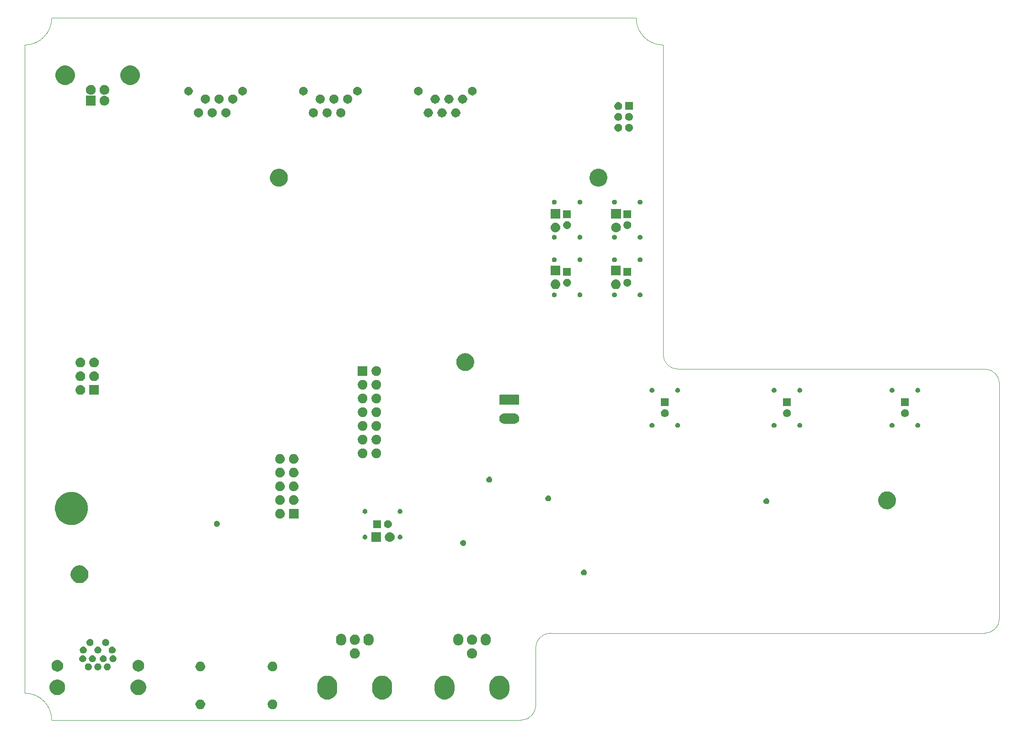
<source format=gbr>
G04 #@! TF.GenerationSoftware,KiCad,Pcbnew,(5.1.4)-1*
G04 #@! TF.CreationDate,2020-03-11T17:26:52+00:00*
G04 #@! TF.ProjectId,FPS-2_v1_revB_II,4650532d-325f-4763-915f-726576425f49,v1_revB II*
G04 #@! TF.SameCoordinates,PX4c3f880PY8011fc8*
G04 #@! TF.FileFunction,Soldermask,Bot*
G04 #@! TF.FilePolarity,Negative*
%FSLAX46Y46*%
G04 Gerber Fmt 4.6, Leading zero omitted, Abs format (unit mm)*
G04 Created by KiCad (PCBNEW (5.1.4)-1) date 2020-03-11 17:26:52*
%MOMM*%
%LPD*%
G04 APERTURE LIST*
%ADD10C,0.120000*%
%ADD11C,0.100000*%
G04 APERTURE END LIST*
D10*
X77698000Y-16208600D02*
X77698000Y-26908600D01*
X77698000Y-16208600D02*
G75*
G02X80398000Y-13508600I2700000J0D01*
G01*
X160848000Y-13508600D02*
X80398000Y-13508600D01*
X77698000Y-26908600D02*
G75*
G02X74998000Y-29608600I-2700000J0D01*
G01*
X163548000Y-10808600D02*
G75*
G02X160848000Y-13508600I-2700000J0D01*
G01*
X160848000Y35391400D02*
G75*
G02X163548000Y32691400I0J-2700000D01*
G01*
X160848000Y35391400D02*
X103998000Y35391400D01*
X163548000Y32691400D02*
X163548000Y-10808600D01*
X-11902000Y100391400D02*
X96298000Y100391400D01*
X-16902000Y-24608600D02*
X-16902000Y95391400D01*
X74998000Y-29608600D02*
X-11902000Y-29608600D01*
X103998000Y35391400D02*
G75*
G02X101298000Y38091400I0J2700000D01*
G01*
X101298000Y95391400D02*
X101298000Y38091400D01*
X-11902000Y-29608600D02*
G75*
G03X-16902000Y-24608600I-5000000J0D01*
G01*
X96298000Y100391400D02*
G75*
G03X101298000Y95391400I5000000J0D01*
G01*
X-16902000Y95391400D02*
G75*
G03X-11902000Y100391400I0J5000000D01*
G01*
D11*
G36*
X29229412Y-25822224D02*
G01*
X29393384Y-25890144D01*
X29540958Y-25988750D01*
X29666450Y-26114242D01*
X29666452Y-26114245D01*
X29666453Y-26114246D01*
X29765056Y-26261816D01*
X29832976Y-26425788D01*
X29867600Y-26599859D01*
X29867600Y-26777341D01*
X29832976Y-26951412D01*
X29765056Y-27115384D01*
X29666450Y-27262958D01*
X29540958Y-27388450D01*
X29540955Y-27388452D01*
X29540954Y-27388453D01*
X29393384Y-27487056D01*
X29229412Y-27554976D01*
X29055341Y-27589600D01*
X28877859Y-27589600D01*
X28703788Y-27554976D01*
X28539816Y-27487056D01*
X28392246Y-27388453D01*
X28392245Y-27388452D01*
X28392242Y-27388450D01*
X28266750Y-27262958D01*
X28168144Y-27115384D01*
X28100224Y-26951412D01*
X28065600Y-26777341D01*
X28065600Y-26599859D01*
X28100224Y-26425788D01*
X28168144Y-26261816D01*
X28266747Y-26114246D01*
X28266748Y-26114245D01*
X28266750Y-26114242D01*
X28392242Y-25988750D01*
X28539816Y-25890144D01*
X28703788Y-25822224D01*
X28877859Y-25787600D01*
X29055341Y-25787600D01*
X29229412Y-25822224D01*
X29229412Y-25822224D01*
G37*
G36*
X15871412Y-25822224D02*
G01*
X16035384Y-25890144D01*
X16182958Y-25988750D01*
X16308450Y-26114242D01*
X16308452Y-26114245D01*
X16308453Y-26114246D01*
X16407056Y-26261816D01*
X16474976Y-26425788D01*
X16509600Y-26599859D01*
X16509600Y-26777341D01*
X16474976Y-26951412D01*
X16407056Y-27115384D01*
X16308450Y-27262958D01*
X16182958Y-27388450D01*
X16182955Y-27388452D01*
X16182954Y-27388453D01*
X16035384Y-27487056D01*
X15871412Y-27554976D01*
X15697341Y-27589600D01*
X15519859Y-27589600D01*
X15345788Y-27554976D01*
X15181816Y-27487056D01*
X15034246Y-27388453D01*
X15034245Y-27388452D01*
X15034242Y-27388450D01*
X14908750Y-27262958D01*
X14810144Y-27115384D01*
X14742224Y-26951412D01*
X14707600Y-26777341D01*
X14707600Y-26599859D01*
X14742224Y-26425788D01*
X14810144Y-26261816D01*
X14908747Y-26114246D01*
X14908748Y-26114245D01*
X14908750Y-26114242D01*
X15034242Y-25988750D01*
X15181816Y-25890144D01*
X15345788Y-25822224D01*
X15519859Y-25787600D01*
X15697341Y-25787600D01*
X15871412Y-25822224D01*
X15871412Y-25822224D01*
G37*
G36*
X61176545Y-21415063D02*
G01*
X61521317Y-21519649D01*
X61839055Y-21689484D01*
X62117556Y-21918044D01*
X62346116Y-22196545D01*
X62515951Y-22514283D01*
X62620537Y-22859055D01*
X62647000Y-23127748D01*
X62647000Y-24069453D01*
X62620537Y-24338145D01*
X62515951Y-24682917D01*
X62346116Y-25000655D01*
X62117556Y-25279156D01*
X61839055Y-25507716D01*
X61521316Y-25677551D01*
X61176544Y-25782137D01*
X60818000Y-25817450D01*
X60459455Y-25782137D01*
X60114683Y-25677551D01*
X59796945Y-25507716D01*
X59518444Y-25279156D01*
X59289884Y-25000655D01*
X59120049Y-24682916D01*
X59015463Y-24338144D01*
X58989000Y-24069452D01*
X58989000Y-23127747D01*
X59015463Y-22859055D01*
X59120049Y-22514283D01*
X59289884Y-22196545D01*
X59518445Y-21918044D01*
X59796946Y-21689484D01*
X60114684Y-21519649D01*
X60459456Y-21415063D01*
X60818000Y-21379750D01*
X61176545Y-21415063D01*
X61176545Y-21415063D01*
G37*
G36*
X71336545Y-21415063D02*
G01*
X71681317Y-21519649D01*
X71999055Y-21689484D01*
X72277556Y-21918044D01*
X72506116Y-22196545D01*
X72675951Y-22514283D01*
X72780537Y-22859055D01*
X72807000Y-23127748D01*
X72807000Y-24069453D01*
X72780537Y-24338145D01*
X72675951Y-24682917D01*
X72506116Y-25000655D01*
X72277556Y-25279156D01*
X71999055Y-25507716D01*
X71681316Y-25677551D01*
X71336544Y-25782137D01*
X70978000Y-25817450D01*
X70619455Y-25782137D01*
X70274683Y-25677551D01*
X69956945Y-25507716D01*
X69678444Y-25279156D01*
X69449884Y-25000655D01*
X69280049Y-24682916D01*
X69175463Y-24338144D01*
X69149000Y-24069452D01*
X69149000Y-23127747D01*
X69175463Y-22859055D01*
X69280049Y-22514283D01*
X69449884Y-22196545D01*
X69678445Y-21918044D01*
X69956946Y-21689484D01*
X70274684Y-21519649D01*
X70619456Y-21415063D01*
X70978000Y-21379750D01*
X71336545Y-21415063D01*
X71336545Y-21415063D01*
G37*
G36*
X49636545Y-21415063D02*
G01*
X49981317Y-21519649D01*
X50299055Y-21689484D01*
X50577556Y-21918044D01*
X50806116Y-22196545D01*
X50975951Y-22514283D01*
X51080537Y-22859055D01*
X51107000Y-23127748D01*
X51107000Y-24069453D01*
X51080537Y-24338145D01*
X50975951Y-24682917D01*
X50806116Y-25000655D01*
X50577556Y-25279156D01*
X50299055Y-25507716D01*
X49981316Y-25677551D01*
X49636544Y-25782137D01*
X49278000Y-25817450D01*
X48919455Y-25782137D01*
X48574683Y-25677551D01*
X48256945Y-25507716D01*
X47978444Y-25279156D01*
X47749884Y-25000655D01*
X47580049Y-24682916D01*
X47475463Y-24338144D01*
X47449000Y-24069452D01*
X47449000Y-23127747D01*
X47475463Y-22859055D01*
X47580049Y-22514283D01*
X47749884Y-22196545D01*
X47978445Y-21918044D01*
X48256946Y-21689484D01*
X48574684Y-21519649D01*
X48919456Y-21415063D01*
X49278000Y-21379750D01*
X49636545Y-21415063D01*
X49636545Y-21415063D01*
G37*
G36*
X39476545Y-21415063D02*
G01*
X39821317Y-21519649D01*
X40139055Y-21689484D01*
X40417556Y-21918044D01*
X40646116Y-22196545D01*
X40815951Y-22514283D01*
X40920537Y-22859055D01*
X40947000Y-23127748D01*
X40947000Y-24069453D01*
X40920537Y-24338145D01*
X40815951Y-24682917D01*
X40646116Y-25000655D01*
X40417556Y-25279156D01*
X40139055Y-25507716D01*
X39821316Y-25677551D01*
X39476544Y-25782137D01*
X39118000Y-25817450D01*
X38759455Y-25782137D01*
X38414683Y-25677551D01*
X38096945Y-25507716D01*
X37818444Y-25279156D01*
X37589884Y-25000655D01*
X37420049Y-24682916D01*
X37315463Y-24338144D01*
X37289000Y-24069452D01*
X37289000Y-23127747D01*
X37315463Y-22859055D01*
X37420049Y-22514283D01*
X37589884Y-22196545D01*
X37818445Y-21918044D01*
X38096946Y-21689484D01*
X38414684Y-21519649D01*
X38759456Y-21415063D01*
X39118000Y-21379750D01*
X39476545Y-21415063D01*
X39476545Y-21415063D01*
G37*
G36*
X-10629146Y-22100687D02*
G01*
X-10442259Y-22137861D01*
X-10178194Y-22247240D01*
X-9940541Y-22406035D01*
X-9738435Y-22608141D01*
X-9579640Y-22845794D01*
X-9470261Y-23109859D01*
X-9414500Y-23390189D01*
X-9414500Y-23676011D01*
X-9470261Y-23956341D01*
X-9579640Y-24220406D01*
X-9738435Y-24458059D01*
X-9940541Y-24660165D01*
X-10178194Y-24818960D01*
X-10442259Y-24928339D01*
X-10629146Y-24965513D01*
X-10722588Y-24984100D01*
X-11008412Y-24984100D01*
X-11101854Y-24965513D01*
X-11288741Y-24928339D01*
X-11552806Y-24818960D01*
X-11790459Y-24660165D01*
X-11992565Y-24458059D01*
X-12151360Y-24220406D01*
X-12260739Y-23956341D01*
X-12316500Y-23676011D01*
X-12316500Y-23390189D01*
X-12260739Y-23109859D01*
X-12151360Y-22845794D01*
X-11992565Y-22608141D01*
X-11790459Y-22406035D01*
X-11552806Y-22247240D01*
X-11288741Y-22137861D01*
X-11101854Y-22100687D01*
X-11008412Y-22082100D01*
X-10722588Y-22082100D01*
X-10629146Y-22100687D01*
X-10629146Y-22100687D01*
G37*
G36*
X4370854Y-22100687D02*
G01*
X4557741Y-22137861D01*
X4821806Y-22247240D01*
X5059459Y-22406035D01*
X5261565Y-22608141D01*
X5420360Y-22845794D01*
X5529739Y-23109859D01*
X5585500Y-23390189D01*
X5585500Y-23676011D01*
X5529739Y-23956341D01*
X5420360Y-24220406D01*
X5261565Y-24458059D01*
X5059459Y-24660165D01*
X4821806Y-24818960D01*
X4557741Y-24928339D01*
X4370854Y-24965513D01*
X4277412Y-24984100D01*
X3991588Y-24984100D01*
X3898146Y-24965513D01*
X3711259Y-24928339D01*
X3447194Y-24818960D01*
X3209541Y-24660165D01*
X3007435Y-24458059D01*
X2848640Y-24220406D01*
X2739261Y-23956341D01*
X2683500Y-23676011D01*
X2683500Y-23390189D01*
X2739261Y-23109859D01*
X2848640Y-22845794D01*
X3007435Y-22608141D01*
X3209541Y-22406035D01*
X3447194Y-22247240D01*
X3711259Y-22137861D01*
X3898146Y-22100687D01*
X3991588Y-22082100D01*
X4277412Y-22082100D01*
X4370854Y-22100687D01*
X4370854Y-22100687D01*
G37*
G36*
X-10551642Y-18498450D02*
G01*
X-10447790Y-18541467D01*
X-10355822Y-18579561D01*
X-10179586Y-18697319D01*
X-10029719Y-18847186D01*
X-10029717Y-18847189D01*
X-10029716Y-18847190D01*
X-10005054Y-18884100D01*
X-9911961Y-19023422D01*
X-9911961Y-19023423D01*
X-9830850Y-19219242D01*
X-9789500Y-19427123D01*
X-9789500Y-19639077D01*
X-9830850Y-19846958D01*
X-9874116Y-19951412D01*
X-9911961Y-20042778D01*
X-10029719Y-20219014D01*
X-10179586Y-20368881D01*
X-10179589Y-20368883D01*
X-10179590Y-20368884D01*
X-10208873Y-20388450D01*
X-10355822Y-20486639D01*
X-10421096Y-20513676D01*
X-10551642Y-20567750D01*
X-10759523Y-20609100D01*
X-10971477Y-20609100D01*
X-11179358Y-20567750D01*
X-11309904Y-20513676D01*
X-11375178Y-20486639D01*
X-11522127Y-20388450D01*
X-11551410Y-20368884D01*
X-11551411Y-20368883D01*
X-11551414Y-20368881D01*
X-11701281Y-20219014D01*
X-11819039Y-20042778D01*
X-11856884Y-19951412D01*
X-11900150Y-19846958D01*
X-11941500Y-19639077D01*
X-11941500Y-19427123D01*
X-11900150Y-19219242D01*
X-11819039Y-19023423D01*
X-11819039Y-19023422D01*
X-11725946Y-18884100D01*
X-11701284Y-18847190D01*
X-11701283Y-18847189D01*
X-11701281Y-18847186D01*
X-11551414Y-18697319D01*
X-11375178Y-18579561D01*
X-11283210Y-18541467D01*
X-11179358Y-18498450D01*
X-10971477Y-18457100D01*
X-10759523Y-18457100D01*
X-10551642Y-18498450D01*
X-10551642Y-18498450D01*
G37*
G36*
X4448358Y-18498450D02*
G01*
X4552210Y-18541467D01*
X4644178Y-18579561D01*
X4820414Y-18697319D01*
X4970281Y-18847186D01*
X4970283Y-18847189D01*
X4970284Y-18847190D01*
X4994946Y-18884100D01*
X5088039Y-19023422D01*
X5088039Y-19023423D01*
X5169150Y-19219242D01*
X5210500Y-19427123D01*
X5210500Y-19639077D01*
X5169150Y-19846958D01*
X5125884Y-19951412D01*
X5088039Y-20042778D01*
X4970281Y-20219014D01*
X4820414Y-20368881D01*
X4820411Y-20368883D01*
X4820410Y-20368884D01*
X4791127Y-20388450D01*
X4644178Y-20486639D01*
X4578904Y-20513676D01*
X4448358Y-20567750D01*
X4240477Y-20609100D01*
X4028523Y-20609100D01*
X3820642Y-20567750D01*
X3690096Y-20513676D01*
X3624822Y-20486639D01*
X3477873Y-20388450D01*
X3448590Y-20368884D01*
X3448589Y-20368883D01*
X3448586Y-20368881D01*
X3298719Y-20219014D01*
X3180961Y-20042778D01*
X3143116Y-19951412D01*
X3099850Y-19846958D01*
X3058500Y-19639077D01*
X3058500Y-19427123D01*
X3099850Y-19219242D01*
X3180961Y-19023423D01*
X3180961Y-19023422D01*
X3274054Y-18884100D01*
X3298716Y-18847190D01*
X3298717Y-18847189D01*
X3298719Y-18847186D01*
X3448586Y-18697319D01*
X3624822Y-18579561D01*
X3716790Y-18541467D01*
X3820642Y-18498450D01*
X4028523Y-18457100D01*
X4240477Y-18457100D01*
X4448358Y-18498450D01*
X4448358Y-18498450D01*
G37*
G36*
X15871412Y-18822224D02*
G01*
X16035384Y-18890144D01*
X16182958Y-18988750D01*
X16308450Y-19114242D01*
X16308452Y-19114245D01*
X16308453Y-19114246D01*
X16407056Y-19261816D01*
X16474976Y-19425788D01*
X16509600Y-19599859D01*
X16509600Y-19777341D01*
X16474976Y-19951412D01*
X16407056Y-20115384D01*
X16324616Y-20238765D01*
X16308450Y-20262958D01*
X16182958Y-20388450D01*
X16182955Y-20388452D01*
X16182954Y-20388453D01*
X16035384Y-20487056D01*
X15871412Y-20554976D01*
X15697341Y-20589600D01*
X15519859Y-20589600D01*
X15345788Y-20554976D01*
X15181816Y-20487056D01*
X15034246Y-20388453D01*
X15034245Y-20388452D01*
X15034242Y-20388450D01*
X14908750Y-20262958D01*
X14892585Y-20238765D01*
X14810144Y-20115384D01*
X14742224Y-19951412D01*
X14707600Y-19777341D01*
X14707600Y-19599859D01*
X14742224Y-19425788D01*
X14810144Y-19261816D01*
X14908747Y-19114246D01*
X14908748Y-19114245D01*
X14908750Y-19114242D01*
X15034242Y-18988750D01*
X15181816Y-18890144D01*
X15345788Y-18822224D01*
X15519859Y-18787600D01*
X15697341Y-18787600D01*
X15871412Y-18822224D01*
X15871412Y-18822224D01*
G37*
G36*
X29229412Y-18822224D02*
G01*
X29393384Y-18890144D01*
X29540958Y-18988750D01*
X29666450Y-19114242D01*
X29666452Y-19114245D01*
X29666453Y-19114246D01*
X29765056Y-19261816D01*
X29832976Y-19425788D01*
X29867600Y-19599859D01*
X29867600Y-19777341D01*
X29832976Y-19951412D01*
X29765056Y-20115384D01*
X29682616Y-20238765D01*
X29666450Y-20262958D01*
X29540958Y-20388450D01*
X29540955Y-20388452D01*
X29540954Y-20388453D01*
X29393384Y-20487056D01*
X29229412Y-20554976D01*
X29055341Y-20589600D01*
X28877859Y-20589600D01*
X28703788Y-20554976D01*
X28539816Y-20487056D01*
X28392246Y-20388453D01*
X28392245Y-20388452D01*
X28392242Y-20388450D01*
X28266750Y-20262958D01*
X28250585Y-20238765D01*
X28168144Y-20115384D01*
X28100224Y-19951412D01*
X28065600Y-19777341D01*
X28065600Y-19599859D01*
X28100224Y-19425788D01*
X28168144Y-19261816D01*
X28266747Y-19114246D01*
X28266748Y-19114245D01*
X28266750Y-19114242D01*
X28392242Y-18988750D01*
X28539816Y-18890144D01*
X28703788Y-18822224D01*
X28877859Y-18787600D01*
X29055341Y-18787600D01*
X29229412Y-18822224D01*
X29229412Y-18822224D01*
G37*
G36*
X-1425610Y-19107117D02*
G01*
X-1307136Y-19156191D01*
X-1307133Y-19156193D01*
X-1200510Y-19227436D01*
X-1109836Y-19318110D01*
X-1109835Y-19318112D01*
X-1038591Y-19424736D01*
X-989517Y-19543210D01*
X-964500Y-19668982D01*
X-964500Y-19797218D01*
X-989517Y-19922990D01*
X-1038591Y-20041464D01*
X-1038593Y-20041467D01*
X-1109836Y-20148090D01*
X-1200510Y-20238764D01*
X-1236713Y-20262954D01*
X-1307136Y-20310009D01*
X-1425610Y-20359083D01*
X-1551382Y-20384100D01*
X-1679618Y-20384100D01*
X-1805390Y-20359083D01*
X-1923864Y-20310009D01*
X-1994287Y-20262954D01*
X-2030490Y-20238764D01*
X-2121164Y-20148090D01*
X-2192407Y-20041467D01*
X-2192409Y-20041464D01*
X-2241483Y-19922990D01*
X-2266500Y-19797218D01*
X-2266500Y-19668982D01*
X-2241483Y-19543210D01*
X-2192409Y-19424736D01*
X-2121165Y-19318112D01*
X-2121164Y-19318110D01*
X-2030490Y-19227436D01*
X-1923867Y-19156193D01*
X-1923864Y-19156191D01*
X-1805390Y-19107117D01*
X-1679618Y-19082100D01*
X-1551382Y-19082100D01*
X-1425610Y-19107117D01*
X-1425610Y-19107117D01*
G37*
G36*
X-4925610Y-19107117D02*
G01*
X-4807136Y-19156191D01*
X-4807133Y-19156193D01*
X-4700510Y-19227436D01*
X-4609836Y-19318110D01*
X-4609835Y-19318112D01*
X-4538591Y-19424736D01*
X-4489517Y-19543210D01*
X-4464500Y-19668982D01*
X-4464500Y-19797218D01*
X-4489517Y-19922990D01*
X-4538591Y-20041464D01*
X-4538593Y-20041467D01*
X-4609836Y-20148090D01*
X-4700510Y-20238764D01*
X-4736713Y-20262954D01*
X-4807136Y-20310009D01*
X-4925610Y-20359083D01*
X-5051382Y-20384100D01*
X-5179618Y-20384100D01*
X-5305390Y-20359083D01*
X-5423864Y-20310009D01*
X-5494287Y-20262954D01*
X-5530490Y-20238764D01*
X-5621164Y-20148090D01*
X-5692407Y-20041467D01*
X-5692409Y-20041464D01*
X-5741483Y-19922990D01*
X-5766500Y-19797218D01*
X-5766500Y-19668982D01*
X-5741483Y-19543210D01*
X-5692409Y-19424736D01*
X-5621165Y-19318112D01*
X-5621164Y-19318110D01*
X-5530490Y-19227436D01*
X-5423867Y-19156193D01*
X-5423864Y-19156191D01*
X-5305390Y-19107117D01*
X-5179618Y-19082100D01*
X-5051382Y-19082100D01*
X-4925610Y-19107117D01*
X-4925610Y-19107117D01*
G37*
G36*
X-3175610Y-19107117D02*
G01*
X-3057136Y-19156191D01*
X-3057133Y-19156193D01*
X-2950510Y-19227436D01*
X-2859836Y-19318110D01*
X-2859835Y-19318112D01*
X-2788591Y-19424736D01*
X-2739517Y-19543210D01*
X-2714500Y-19668982D01*
X-2714500Y-19797218D01*
X-2739517Y-19922990D01*
X-2788591Y-20041464D01*
X-2788593Y-20041467D01*
X-2859836Y-20148090D01*
X-2950510Y-20238764D01*
X-2986713Y-20262954D01*
X-3057136Y-20310009D01*
X-3175610Y-20359083D01*
X-3301382Y-20384100D01*
X-3429618Y-20384100D01*
X-3555390Y-20359083D01*
X-3673864Y-20310009D01*
X-3744287Y-20262954D01*
X-3780490Y-20238764D01*
X-3871164Y-20148090D01*
X-3942407Y-20041467D01*
X-3942409Y-20041464D01*
X-3991483Y-19922990D01*
X-4016500Y-19797218D01*
X-4016500Y-19668982D01*
X-3991483Y-19543210D01*
X-3942409Y-19424736D01*
X-3871165Y-19318112D01*
X-3871164Y-19318110D01*
X-3780490Y-19227436D01*
X-3673867Y-19156193D01*
X-3673864Y-19156191D01*
X-3555390Y-19107117D01*
X-3429618Y-19082100D01*
X-3301382Y-19082100D01*
X-3175610Y-19107117D01*
X-3175610Y-19107117D01*
G37*
G36*
X-5975610Y-17607117D02*
G01*
X-5857136Y-17656191D01*
X-5857133Y-17656193D01*
X-5750510Y-17727436D01*
X-5659836Y-17818110D01*
X-5659835Y-17818112D01*
X-5588591Y-17924736D01*
X-5539517Y-18043210D01*
X-5514500Y-18168982D01*
X-5514500Y-18297218D01*
X-5539517Y-18422990D01*
X-5588591Y-18541464D01*
X-5588593Y-18541467D01*
X-5659836Y-18648090D01*
X-5750510Y-18738764D01*
X-5857133Y-18810007D01*
X-5857136Y-18810009D01*
X-5975610Y-18859083D01*
X-6101382Y-18884100D01*
X-6229618Y-18884100D01*
X-6355390Y-18859083D01*
X-6473864Y-18810009D01*
X-6473867Y-18810007D01*
X-6580490Y-18738764D01*
X-6671164Y-18648090D01*
X-6742407Y-18541467D01*
X-6742409Y-18541464D01*
X-6791483Y-18422990D01*
X-6816500Y-18297218D01*
X-6816500Y-18168982D01*
X-6791483Y-18043210D01*
X-6742409Y-17924736D01*
X-6671165Y-17818112D01*
X-6671164Y-17818110D01*
X-6580490Y-17727436D01*
X-6473867Y-17656193D01*
X-6473864Y-17656191D01*
X-6355390Y-17607117D01*
X-6229618Y-17582100D01*
X-6101382Y-17582100D01*
X-5975610Y-17607117D01*
X-5975610Y-17607117D01*
G37*
G36*
X-375610Y-17607117D02*
G01*
X-257136Y-17656191D01*
X-257133Y-17656193D01*
X-150510Y-17727436D01*
X-59836Y-17818110D01*
X-59835Y-17818112D01*
X11409Y-17924736D01*
X60483Y-18043210D01*
X85500Y-18168982D01*
X85500Y-18297218D01*
X60483Y-18422990D01*
X11409Y-18541464D01*
X11407Y-18541467D01*
X-59836Y-18648090D01*
X-150510Y-18738764D01*
X-257133Y-18810007D01*
X-257136Y-18810009D01*
X-375610Y-18859083D01*
X-501382Y-18884100D01*
X-629618Y-18884100D01*
X-755390Y-18859083D01*
X-873864Y-18810009D01*
X-873867Y-18810007D01*
X-980490Y-18738764D01*
X-1071164Y-18648090D01*
X-1142407Y-18541467D01*
X-1142409Y-18541464D01*
X-1191483Y-18422990D01*
X-1216500Y-18297218D01*
X-1216500Y-18168982D01*
X-1191483Y-18043210D01*
X-1142409Y-17924736D01*
X-1071165Y-17818112D01*
X-1071164Y-17818110D01*
X-980490Y-17727436D01*
X-873867Y-17656193D01*
X-873864Y-17656191D01*
X-755390Y-17607117D01*
X-629618Y-17582100D01*
X-501382Y-17582100D01*
X-375610Y-17607117D01*
X-375610Y-17607117D01*
G37*
G36*
X-4175610Y-17607117D02*
G01*
X-4057136Y-17656191D01*
X-4057133Y-17656193D01*
X-3950510Y-17727436D01*
X-3859836Y-17818110D01*
X-3859835Y-17818112D01*
X-3788591Y-17924736D01*
X-3739517Y-18043210D01*
X-3714500Y-18168982D01*
X-3714500Y-18297218D01*
X-3739517Y-18422990D01*
X-3788591Y-18541464D01*
X-3788593Y-18541467D01*
X-3859836Y-18648090D01*
X-3950510Y-18738764D01*
X-4057133Y-18810007D01*
X-4057136Y-18810009D01*
X-4175610Y-18859083D01*
X-4301382Y-18884100D01*
X-4429618Y-18884100D01*
X-4555390Y-18859083D01*
X-4673864Y-18810009D01*
X-4673867Y-18810007D01*
X-4780490Y-18738764D01*
X-4871164Y-18648090D01*
X-4942407Y-18541467D01*
X-4942409Y-18541464D01*
X-4991483Y-18422990D01*
X-5016500Y-18297218D01*
X-5016500Y-18168982D01*
X-4991483Y-18043210D01*
X-4942409Y-17924736D01*
X-4871165Y-17818112D01*
X-4871164Y-17818110D01*
X-4780490Y-17727436D01*
X-4673867Y-17656193D01*
X-4673864Y-17656191D01*
X-4555390Y-17607117D01*
X-4429618Y-17582100D01*
X-4301382Y-17582100D01*
X-4175610Y-17607117D01*
X-4175610Y-17607117D01*
G37*
G36*
X-2175610Y-17607117D02*
G01*
X-2057136Y-17656191D01*
X-2057133Y-17656193D01*
X-1950510Y-17727436D01*
X-1859836Y-17818110D01*
X-1859835Y-17818112D01*
X-1788591Y-17924736D01*
X-1739517Y-18043210D01*
X-1714500Y-18168982D01*
X-1714500Y-18297218D01*
X-1739517Y-18422990D01*
X-1788591Y-18541464D01*
X-1788593Y-18541467D01*
X-1859836Y-18648090D01*
X-1950510Y-18738764D01*
X-2057133Y-18810007D01*
X-2057136Y-18810009D01*
X-2175610Y-18859083D01*
X-2301382Y-18884100D01*
X-2429618Y-18884100D01*
X-2555390Y-18859083D01*
X-2673864Y-18810009D01*
X-2673867Y-18810007D01*
X-2780490Y-18738764D01*
X-2871164Y-18648090D01*
X-2942407Y-18541467D01*
X-2942409Y-18541464D01*
X-2991483Y-18422990D01*
X-3016500Y-18297218D01*
X-3016500Y-18168982D01*
X-2991483Y-18043210D01*
X-2942409Y-17924736D01*
X-2871165Y-17818112D01*
X-2871164Y-17818110D01*
X-2780490Y-17727436D01*
X-2673867Y-17656193D01*
X-2673864Y-17656191D01*
X-2555390Y-17607117D01*
X-2429618Y-17582100D01*
X-2301382Y-17582100D01*
X-2175610Y-17607117D01*
X-2175610Y-17607117D01*
G37*
G36*
X66172186Y-16344723D02*
G01*
X66343258Y-16415583D01*
X66497219Y-16518457D01*
X66628143Y-16649381D01*
X66731017Y-16803342D01*
X66801877Y-16974414D01*
X66838000Y-17156017D01*
X66838000Y-17341183D01*
X66801877Y-17522786D01*
X66731017Y-17693858D01*
X66628143Y-17847819D01*
X66497219Y-17978743D01*
X66343258Y-18081617D01*
X66172186Y-18152477D01*
X65990583Y-18188600D01*
X65805417Y-18188600D01*
X65623814Y-18152477D01*
X65452742Y-18081617D01*
X65298781Y-17978743D01*
X65167857Y-17847819D01*
X65064983Y-17693858D01*
X64994123Y-17522786D01*
X64958000Y-17341183D01*
X64958000Y-17156017D01*
X64994123Y-16974414D01*
X65064983Y-16803342D01*
X65167857Y-16649381D01*
X65298781Y-16518457D01*
X65452742Y-16415583D01*
X65623814Y-16344723D01*
X65805417Y-16308600D01*
X65990583Y-16308600D01*
X66172186Y-16344723D01*
X66172186Y-16344723D01*
G37*
G36*
X44472186Y-16344723D02*
G01*
X44643258Y-16415583D01*
X44797219Y-16518457D01*
X44928143Y-16649381D01*
X45031017Y-16803342D01*
X45101877Y-16974414D01*
X45138000Y-17156017D01*
X45138000Y-17341183D01*
X45101877Y-17522786D01*
X45031017Y-17693858D01*
X44928143Y-17847819D01*
X44797219Y-17978743D01*
X44643258Y-18081617D01*
X44472186Y-18152477D01*
X44290583Y-18188600D01*
X44105417Y-18188600D01*
X43923814Y-18152477D01*
X43752742Y-18081617D01*
X43598781Y-17978743D01*
X43467857Y-17847819D01*
X43364983Y-17693858D01*
X43294123Y-17522786D01*
X43258000Y-17341183D01*
X43258000Y-17156017D01*
X43294123Y-16974414D01*
X43364983Y-16803342D01*
X43467857Y-16649381D01*
X43598781Y-16518457D01*
X43752742Y-16415583D01*
X43923814Y-16344723D01*
X44105417Y-16308600D01*
X44290583Y-16308600D01*
X44472186Y-16344723D01*
X44472186Y-16344723D01*
G37*
G36*
X-525610Y-16007117D02*
G01*
X-407136Y-16056191D01*
X-407133Y-16056193D01*
X-300510Y-16127436D01*
X-209836Y-16218110D01*
X-209835Y-16218112D01*
X-138591Y-16324736D01*
X-89517Y-16443210D01*
X-64500Y-16568982D01*
X-64500Y-16697218D01*
X-89517Y-16822990D01*
X-138591Y-16941464D01*
X-138593Y-16941467D01*
X-209836Y-17048090D01*
X-300510Y-17138764D01*
X-326331Y-17156017D01*
X-407136Y-17210009D01*
X-525610Y-17259083D01*
X-651382Y-17284100D01*
X-779618Y-17284100D01*
X-905390Y-17259083D01*
X-1023864Y-17210009D01*
X-1104669Y-17156017D01*
X-1130490Y-17138764D01*
X-1221164Y-17048090D01*
X-1292407Y-16941467D01*
X-1292409Y-16941464D01*
X-1341483Y-16822990D01*
X-1366500Y-16697218D01*
X-1366500Y-16568982D01*
X-1341483Y-16443210D01*
X-1292409Y-16324736D01*
X-1221165Y-16218112D01*
X-1221164Y-16218110D01*
X-1130490Y-16127436D01*
X-1023867Y-16056193D01*
X-1023864Y-16056191D01*
X-905390Y-16007117D01*
X-779618Y-15982100D01*
X-651382Y-15982100D01*
X-525610Y-16007117D01*
X-525610Y-16007117D01*
G37*
G36*
X-3175610Y-16007117D02*
G01*
X-3057136Y-16056191D01*
X-3057133Y-16056193D01*
X-2950510Y-16127436D01*
X-2859836Y-16218110D01*
X-2859835Y-16218112D01*
X-2788591Y-16324736D01*
X-2739517Y-16443210D01*
X-2714500Y-16568982D01*
X-2714500Y-16697218D01*
X-2739517Y-16822990D01*
X-2788591Y-16941464D01*
X-2788593Y-16941467D01*
X-2859836Y-17048090D01*
X-2950510Y-17138764D01*
X-2976331Y-17156017D01*
X-3057136Y-17210009D01*
X-3175610Y-17259083D01*
X-3301382Y-17284100D01*
X-3429618Y-17284100D01*
X-3555390Y-17259083D01*
X-3673864Y-17210009D01*
X-3754669Y-17156017D01*
X-3780490Y-17138764D01*
X-3871164Y-17048090D01*
X-3942407Y-16941467D01*
X-3942409Y-16941464D01*
X-3991483Y-16822990D01*
X-4016500Y-16697218D01*
X-4016500Y-16568982D01*
X-3991483Y-16443210D01*
X-3942409Y-16324736D01*
X-3871165Y-16218112D01*
X-3871164Y-16218110D01*
X-3780490Y-16127436D01*
X-3673867Y-16056193D01*
X-3673864Y-16056191D01*
X-3555390Y-16007117D01*
X-3429618Y-15982100D01*
X-3301382Y-15982100D01*
X-3175610Y-16007117D01*
X-3175610Y-16007117D01*
G37*
G36*
X-5875610Y-16007117D02*
G01*
X-5757136Y-16056191D01*
X-5757133Y-16056193D01*
X-5650510Y-16127436D01*
X-5559836Y-16218110D01*
X-5559835Y-16218112D01*
X-5488591Y-16324736D01*
X-5439517Y-16443210D01*
X-5414500Y-16568982D01*
X-5414500Y-16697218D01*
X-5439517Y-16822990D01*
X-5488591Y-16941464D01*
X-5488593Y-16941467D01*
X-5559836Y-17048090D01*
X-5650510Y-17138764D01*
X-5676331Y-17156017D01*
X-5757136Y-17210009D01*
X-5875610Y-17259083D01*
X-6001382Y-17284100D01*
X-6129618Y-17284100D01*
X-6255390Y-17259083D01*
X-6373864Y-17210009D01*
X-6454669Y-17156017D01*
X-6480490Y-17138764D01*
X-6571164Y-17048090D01*
X-6642407Y-16941467D01*
X-6642409Y-16941464D01*
X-6691483Y-16822990D01*
X-6716500Y-16697218D01*
X-6716500Y-16568982D01*
X-6691483Y-16443210D01*
X-6642409Y-16324736D01*
X-6571165Y-16218112D01*
X-6571164Y-16218110D01*
X-6480490Y-16127436D01*
X-6373867Y-16056193D01*
X-6373864Y-16056191D01*
X-6255390Y-16007117D01*
X-6129618Y-15982100D01*
X-6001382Y-15982100D01*
X-5875610Y-16007117D01*
X-5875610Y-16007117D01*
G37*
G36*
X-4625610Y-14607117D02*
G01*
X-4507136Y-14656191D01*
X-4507133Y-14656193D01*
X-4400510Y-14727436D01*
X-4309836Y-14818110D01*
X-4309835Y-14818112D01*
X-4238591Y-14924736D01*
X-4189517Y-15043210D01*
X-4164500Y-15168982D01*
X-4164500Y-15297218D01*
X-4189517Y-15422990D01*
X-4238591Y-15541464D01*
X-4238593Y-15541467D01*
X-4309836Y-15648090D01*
X-4400510Y-15738764D01*
X-4435284Y-15761999D01*
X-4507136Y-15810009D01*
X-4625610Y-15859083D01*
X-4751382Y-15884100D01*
X-4879618Y-15884100D01*
X-5005390Y-15859083D01*
X-5123864Y-15810009D01*
X-5195716Y-15761999D01*
X-5230490Y-15738764D01*
X-5321164Y-15648090D01*
X-5392407Y-15541467D01*
X-5392409Y-15541464D01*
X-5441483Y-15422990D01*
X-5466500Y-15297218D01*
X-5466500Y-15168982D01*
X-5441483Y-15043210D01*
X-5392409Y-14924736D01*
X-5321165Y-14818112D01*
X-5321164Y-14818110D01*
X-5230490Y-14727436D01*
X-5123867Y-14656193D01*
X-5123864Y-14656191D01*
X-5005390Y-14607117D01*
X-4879618Y-14582100D01*
X-4751382Y-14582100D01*
X-4625610Y-14607117D01*
X-4625610Y-14607117D01*
G37*
G36*
X-1725610Y-14607117D02*
G01*
X-1607136Y-14656191D01*
X-1607133Y-14656193D01*
X-1500510Y-14727436D01*
X-1409836Y-14818110D01*
X-1409835Y-14818112D01*
X-1338591Y-14924736D01*
X-1289517Y-15043210D01*
X-1264500Y-15168982D01*
X-1264500Y-15297218D01*
X-1289517Y-15422990D01*
X-1338591Y-15541464D01*
X-1338593Y-15541467D01*
X-1409836Y-15648090D01*
X-1500510Y-15738764D01*
X-1535284Y-15761999D01*
X-1607136Y-15810009D01*
X-1725610Y-15859083D01*
X-1851382Y-15884100D01*
X-1979618Y-15884100D01*
X-2105390Y-15859083D01*
X-2223864Y-15810009D01*
X-2295716Y-15761999D01*
X-2330490Y-15738764D01*
X-2421164Y-15648090D01*
X-2492407Y-15541467D01*
X-2492409Y-15541464D01*
X-2541483Y-15422990D01*
X-2566500Y-15297218D01*
X-2566500Y-15168982D01*
X-2541483Y-15043210D01*
X-2492409Y-14924736D01*
X-2421165Y-14818112D01*
X-2421164Y-14818110D01*
X-2330490Y-14727436D01*
X-2223867Y-14656193D01*
X-2223864Y-14656191D01*
X-2105390Y-14607117D01*
X-1979618Y-14582100D01*
X-1851382Y-14582100D01*
X-1725610Y-14607117D01*
X-1725610Y-14607117D01*
G37*
G36*
X63542272Y-13655201D02*
G01*
X63719463Y-13708951D01*
X63882763Y-13796237D01*
X64025896Y-13913704D01*
X64143363Y-14056837D01*
X64230649Y-14220137D01*
X64284399Y-14397329D01*
X64298000Y-14535424D01*
X64298000Y-14881777D01*
X64284399Y-15019872D01*
X64230649Y-15197063D01*
X64143363Y-15360363D01*
X64025896Y-15503496D01*
X63882763Y-15620963D01*
X63719462Y-15708249D01*
X63542271Y-15761999D01*
X63358000Y-15780148D01*
X63173728Y-15761999D01*
X62996537Y-15708249D01*
X62833237Y-15620963D01*
X62690104Y-15503496D01*
X62572637Y-15360363D01*
X62485351Y-15197062D01*
X62431601Y-15019871D01*
X62418000Y-14881776D01*
X62418000Y-14535423D01*
X62431601Y-14397328D01*
X62485351Y-14220137D01*
X62572637Y-14056837D01*
X62690104Y-13913704D01*
X62833238Y-13796237D01*
X62996538Y-13708951D01*
X63173729Y-13655201D01*
X63358000Y-13637052D01*
X63542272Y-13655201D01*
X63542272Y-13655201D01*
G37*
G36*
X68622272Y-13655201D02*
G01*
X68799463Y-13708951D01*
X68962763Y-13796237D01*
X69105896Y-13913704D01*
X69223363Y-14056837D01*
X69310649Y-14220137D01*
X69364399Y-14397329D01*
X69378000Y-14535424D01*
X69378000Y-14881777D01*
X69364399Y-15019872D01*
X69310649Y-15197063D01*
X69223363Y-15360363D01*
X69105896Y-15503496D01*
X68962763Y-15620963D01*
X68799462Y-15708249D01*
X68622271Y-15761999D01*
X68438000Y-15780148D01*
X68253728Y-15761999D01*
X68076537Y-15708249D01*
X67913237Y-15620963D01*
X67770104Y-15503496D01*
X67652637Y-15360363D01*
X67565351Y-15197062D01*
X67511601Y-15019871D01*
X67498000Y-14881776D01*
X67498000Y-14535423D01*
X67511601Y-14397328D01*
X67565351Y-14220137D01*
X67652637Y-14056837D01*
X67770104Y-13913704D01*
X67913238Y-13796237D01*
X68076538Y-13708951D01*
X68253729Y-13655201D01*
X68438000Y-13637052D01*
X68622272Y-13655201D01*
X68622272Y-13655201D01*
G37*
G36*
X41842272Y-13655201D02*
G01*
X42019463Y-13708951D01*
X42182763Y-13796237D01*
X42325896Y-13913704D01*
X42443363Y-14056837D01*
X42530649Y-14220137D01*
X42584399Y-14397329D01*
X42598000Y-14535424D01*
X42598000Y-14881777D01*
X42584399Y-15019872D01*
X42530649Y-15197063D01*
X42443363Y-15360363D01*
X42325896Y-15503496D01*
X42182763Y-15620963D01*
X42019462Y-15708249D01*
X41842271Y-15761999D01*
X41658000Y-15780148D01*
X41473728Y-15761999D01*
X41296537Y-15708249D01*
X41133237Y-15620963D01*
X40990104Y-15503496D01*
X40872637Y-15360363D01*
X40785351Y-15197062D01*
X40731601Y-15019871D01*
X40718000Y-14881776D01*
X40718000Y-14535423D01*
X40731601Y-14397328D01*
X40785351Y-14220137D01*
X40872637Y-14056837D01*
X40990104Y-13913704D01*
X41133238Y-13796237D01*
X41296538Y-13708951D01*
X41473729Y-13655201D01*
X41658000Y-13637052D01*
X41842272Y-13655201D01*
X41842272Y-13655201D01*
G37*
G36*
X46922272Y-13655201D02*
G01*
X47099463Y-13708951D01*
X47262763Y-13796237D01*
X47405896Y-13913704D01*
X47523363Y-14056837D01*
X47610649Y-14220137D01*
X47664399Y-14397329D01*
X47678000Y-14535424D01*
X47678000Y-14881777D01*
X47664399Y-15019872D01*
X47610649Y-15197063D01*
X47523363Y-15360363D01*
X47405896Y-15503496D01*
X47262763Y-15620963D01*
X47099462Y-15708249D01*
X46922271Y-15761999D01*
X46738000Y-15780148D01*
X46553728Y-15761999D01*
X46376537Y-15708249D01*
X46213237Y-15620963D01*
X46070104Y-15503496D01*
X45952637Y-15360363D01*
X45865351Y-15197062D01*
X45811601Y-15019871D01*
X45798000Y-14881776D01*
X45798000Y-14535423D01*
X45811601Y-14397328D01*
X45865351Y-14220137D01*
X45952637Y-14056837D01*
X46070104Y-13913704D01*
X46213238Y-13796237D01*
X46376538Y-13708951D01*
X46553729Y-13655201D01*
X46738000Y-13637052D01*
X46922272Y-13655201D01*
X46922272Y-13655201D01*
G37*
G36*
X44472186Y-13804723D02*
G01*
X44643258Y-13875583D01*
X44797219Y-13978457D01*
X44928143Y-14109381D01*
X45031017Y-14263342D01*
X45101877Y-14434414D01*
X45138000Y-14616017D01*
X45138000Y-14801183D01*
X45101877Y-14982786D01*
X45031017Y-15153858D01*
X44928143Y-15307819D01*
X44797219Y-15438743D01*
X44643258Y-15541617D01*
X44472186Y-15612477D01*
X44290583Y-15648600D01*
X44105417Y-15648600D01*
X43923814Y-15612477D01*
X43752742Y-15541617D01*
X43598781Y-15438743D01*
X43467857Y-15307819D01*
X43364983Y-15153858D01*
X43294123Y-14982786D01*
X43258000Y-14801183D01*
X43258000Y-14616017D01*
X43294123Y-14434414D01*
X43364983Y-14263342D01*
X43467857Y-14109381D01*
X43598781Y-13978457D01*
X43752742Y-13875583D01*
X43923814Y-13804723D01*
X44105417Y-13768600D01*
X44290583Y-13768600D01*
X44472186Y-13804723D01*
X44472186Y-13804723D01*
G37*
G36*
X66172186Y-13804723D02*
G01*
X66343258Y-13875583D01*
X66497219Y-13978457D01*
X66628143Y-14109381D01*
X66731017Y-14263342D01*
X66801877Y-14434414D01*
X66838000Y-14616017D01*
X66838000Y-14801183D01*
X66801877Y-14982786D01*
X66731017Y-15153858D01*
X66628143Y-15307819D01*
X66497219Y-15438743D01*
X66343258Y-15541617D01*
X66172186Y-15612477D01*
X65990583Y-15648600D01*
X65805417Y-15648600D01*
X65623814Y-15612477D01*
X65452742Y-15541617D01*
X65298781Y-15438743D01*
X65167857Y-15307819D01*
X65064983Y-15153858D01*
X64994123Y-14982786D01*
X64958000Y-14801183D01*
X64958000Y-14616017D01*
X64994123Y-14434414D01*
X65064983Y-14263342D01*
X65167857Y-14109381D01*
X65298781Y-13978457D01*
X65452742Y-13875583D01*
X65623814Y-13804723D01*
X65805417Y-13768600D01*
X65990583Y-13768600D01*
X66172186Y-13804723D01*
X66172186Y-13804723D01*
G37*
G36*
X-6483068Y-978749D02*
G01*
X-6270421Y-1021047D01*
X-6038024Y-1117309D01*
X-5969955Y-1145504D01*
X-5699547Y-1326185D01*
X-5469585Y-1556147D01*
X-5288904Y-1826555D01*
X-5260709Y-1894624D01*
X-5164447Y-2127021D01*
X-5127082Y-2314869D01*
X-5105907Y-2421319D01*
X-5101000Y-2445991D01*
X-5101000Y-2771209D01*
X-5164447Y-3090179D01*
X-5260709Y-3322576D01*
X-5288904Y-3390645D01*
X-5469585Y-3661053D01*
X-5699547Y-3891015D01*
X-5969955Y-4071696D01*
X-6038024Y-4099891D01*
X-6270421Y-4196153D01*
X-6483068Y-4238451D01*
X-6589390Y-4259600D01*
X-6914610Y-4259600D01*
X-7020932Y-4238451D01*
X-7233579Y-4196153D01*
X-7465976Y-4099891D01*
X-7534045Y-4071696D01*
X-7804453Y-3891015D01*
X-8034415Y-3661053D01*
X-8215096Y-3390645D01*
X-8243291Y-3322576D01*
X-8339553Y-3090179D01*
X-8403000Y-2771209D01*
X-8403000Y-2445991D01*
X-8398092Y-2421319D01*
X-8376918Y-2314869D01*
X-8339553Y-2127021D01*
X-8243291Y-1894624D01*
X-8215096Y-1826555D01*
X-8034415Y-1556147D01*
X-7804453Y-1326185D01*
X-7534045Y-1145504D01*
X-7465976Y-1117309D01*
X-7233579Y-1021047D01*
X-7020932Y-978749D01*
X-6914610Y-957600D01*
X-6589390Y-957600D01*
X-6483068Y-978749D01*
X-6483068Y-978749D01*
G37*
G36*
X86774721Y-1730775D02*
G01*
X86874996Y-1772310D01*
X86965242Y-1832610D01*
X87041990Y-1909358D01*
X87102290Y-1999604D01*
X87143825Y-2099879D01*
X87165000Y-2206331D01*
X87165000Y-2314869D01*
X87143825Y-2421321D01*
X87102290Y-2521596D01*
X87041990Y-2611842D01*
X86965242Y-2688590D01*
X86874996Y-2748890D01*
X86774721Y-2790425D01*
X86668269Y-2811600D01*
X86559731Y-2811600D01*
X86453279Y-2790425D01*
X86353004Y-2748890D01*
X86262758Y-2688590D01*
X86186010Y-2611842D01*
X86125710Y-2521596D01*
X86084175Y-2421321D01*
X86063000Y-2314869D01*
X86063000Y-2206331D01*
X86084175Y-2099879D01*
X86125710Y-1999604D01*
X86186010Y-1909358D01*
X86262758Y-1832610D01*
X86353004Y-1772310D01*
X86453279Y-1730775D01*
X86559731Y-1709600D01*
X86668269Y-1709600D01*
X86774721Y-1730775D01*
X86774721Y-1730775D01*
G37*
G36*
X64422721Y3730225D02*
G01*
X64522996Y3688690D01*
X64613242Y3628390D01*
X64689990Y3551642D01*
X64750290Y3461396D01*
X64791825Y3361121D01*
X64813000Y3254669D01*
X64813000Y3146131D01*
X64791825Y3039679D01*
X64750290Y2939404D01*
X64689990Y2849158D01*
X64613242Y2772410D01*
X64522996Y2712110D01*
X64422721Y2670575D01*
X64316269Y2649400D01*
X64207731Y2649400D01*
X64101279Y2670575D01*
X64001004Y2712110D01*
X63910758Y2772410D01*
X63834010Y2849158D01*
X63773710Y2939404D01*
X63732175Y3039679D01*
X63711000Y3146131D01*
X63711000Y3254669D01*
X63732175Y3361121D01*
X63773710Y3461396D01*
X63834010Y3551642D01*
X63910758Y3628390D01*
X64001004Y3688690D01*
X64101279Y3730225D01*
X64207731Y3751400D01*
X64316269Y3751400D01*
X64422721Y3730225D01*
X64422721Y3730225D01*
G37*
G36*
X50849627Y5180563D02*
G01*
X51019466Y5129043D01*
X51175991Y5045378D01*
X51313186Y4932786D01*
X51425778Y4795591D01*
X51509443Y4639066D01*
X51560963Y4469227D01*
X51578359Y4292600D01*
X51560963Y4115973D01*
X51509443Y3946134D01*
X51425778Y3789609D01*
X51313186Y3652414D01*
X51190394Y3551642D01*
X51175991Y3539822D01*
X51019466Y3456157D01*
X50849627Y3404637D01*
X50717258Y3391600D01*
X50628742Y3391600D01*
X50496373Y3404637D01*
X50326534Y3456157D01*
X50170009Y3539822D01*
X50155606Y3551642D01*
X50032814Y3652414D01*
X49920222Y3789609D01*
X49836557Y3946134D01*
X49785037Y4115973D01*
X49767641Y4292600D01*
X49785037Y4469227D01*
X49836557Y4639066D01*
X49920222Y4795591D01*
X50032814Y4932786D01*
X50170009Y5045378D01*
X50326534Y5129043D01*
X50496373Y5180563D01*
X50628742Y5193600D01*
X50717258Y5193600D01*
X50849627Y5180563D01*
X50849627Y5180563D01*
G37*
G36*
X49034000Y3391600D02*
G01*
X47232000Y3391600D01*
X47232000Y5193600D01*
X49034000Y5193600D01*
X49034000Y3391600D01*
X49034000Y3391600D01*
G37*
G36*
X52717753Y4738869D02*
G01*
X52799829Y4704871D01*
X52873698Y4655514D01*
X52936514Y4592698D01*
X52985871Y4518829D01*
X53019869Y4436753D01*
X53037200Y4349620D01*
X53037200Y4260780D01*
X53019869Y4173647D01*
X52985871Y4091571D01*
X52936514Y4017702D01*
X52873698Y3954886D01*
X52799829Y3905529D01*
X52717753Y3871531D01*
X52630620Y3854200D01*
X52541780Y3854200D01*
X52454647Y3871531D01*
X52372571Y3905529D01*
X52298702Y3954886D01*
X52235886Y4017702D01*
X52186529Y4091571D01*
X52152531Y4173647D01*
X52135200Y4260780D01*
X52135200Y4349620D01*
X52152531Y4436753D01*
X52186529Y4518829D01*
X52235886Y4592698D01*
X52298702Y4655514D01*
X52372571Y4704871D01*
X52454647Y4738869D01*
X52541780Y4756200D01*
X52630620Y4756200D01*
X52717753Y4738869D01*
X52717753Y4738869D01*
G37*
G36*
X46217753Y4738869D02*
G01*
X46299829Y4704871D01*
X46373698Y4655514D01*
X46436514Y4592698D01*
X46485871Y4518829D01*
X46519869Y4436753D01*
X46537200Y4349620D01*
X46537200Y4260780D01*
X46519869Y4173647D01*
X46485871Y4091571D01*
X46436514Y4017702D01*
X46373698Y3954886D01*
X46299829Y3905529D01*
X46217753Y3871531D01*
X46130620Y3854200D01*
X46041780Y3854200D01*
X45954647Y3871531D01*
X45872571Y3905529D01*
X45798702Y3954886D01*
X45735886Y4017702D01*
X45686529Y4091571D01*
X45652531Y4173647D01*
X45635200Y4260780D01*
X45635200Y4349620D01*
X45652531Y4436753D01*
X45686529Y4518829D01*
X45735886Y4592698D01*
X45798702Y4655514D01*
X45872571Y4704871D01*
X45954647Y4738869D01*
X46041780Y4756200D01*
X46130620Y4756200D01*
X46217753Y4738869D01*
X46217753Y4738869D01*
G37*
G36*
X49062200Y5954200D02*
G01*
X47610200Y5954200D01*
X47610200Y7406200D01*
X49062200Y7406200D01*
X49062200Y5954200D01*
X49062200Y5954200D01*
G37*
G36*
X50478521Y7395695D02*
G01*
X50615373Y7354182D01*
X50741493Y7286769D01*
X50852043Y7196043D01*
X50942769Y7085493D01*
X51010182Y6959373D01*
X51051695Y6822521D01*
X51065713Y6680200D01*
X51051695Y6537879D01*
X51010182Y6401027D01*
X50942769Y6274907D01*
X50852043Y6164357D01*
X50741493Y6073631D01*
X50615373Y6006218D01*
X50478521Y5964705D01*
X50371865Y5954200D01*
X50300535Y5954200D01*
X50193879Y5964705D01*
X50057027Y6006218D01*
X49930907Y6073631D01*
X49820357Y6164357D01*
X49729631Y6274907D01*
X49662218Y6401027D01*
X49620705Y6537879D01*
X49606687Y6680200D01*
X49620705Y6822521D01*
X49662218Y6959373D01*
X49729631Y7085493D01*
X49820357Y7196043D01*
X49930907Y7286769D01*
X50057027Y7354182D01*
X50193879Y7395695D01*
X50300535Y7406200D01*
X50371865Y7406200D01*
X50478521Y7395695D01*
X50478521Y7395695D01*
G37*
G36*
X18829721Y7286225D02*
G01*
X18929996Y7244690D01*
X19020242Y7184390D01*
X19096990Y7107642D01*
X19157290Y7017396D01*
X19198825Y6917121D01*
X19220000Y6810669D01*
X19220000Y6702131D01*
X19198825Y6595679D01*
X19157290Y6495404D01*
X19096990Y6405158D01*
X19020242Y6328410D01*
X18929996Y6268110D01*
X18829721Y6226575D01*
X18723269Y6205400D01*
X18614731Y6205400D01*
X18508279Y6226575D01*
X18408004Y6268110D01*
X18317758Y6328410D01*
X18241010Y6405158D01*
X18180710Y6495404D01*
X18139175Y6595679D01*
X18118000Y6702131D01*
X18118000Y6810669D01*
X18139175Y6917121D01*
X18180710Y7017396D01*
X18241010Y7107642D01*
X18317758Y7184390D01*
X18408004Y7244690D01*
X18508279Y7286225D01*
X18614731Y7307400D01*
X18723269Y7307400D01*
X18829721Y7286225D01*
X18829721Y7286225D01*
G37*
G36*
X-7362058Y12525152D02*
G01*
X-6806809Y12295161D01*
X-6307097Y11961264D01*
X-5882136Y11536303D01*
X-5548239Y11036591D01*
X-5318248Y10481342D01*
X-5201000Y9891898D01*
X-5201000Y9290902D01*
X-5318248Y8701458D01*
X-5548239Y8146209D01*
X-5882136Y7646497D01*
X-6307097Y7221536D01*
X-6806809Y6887639D01*
X-7362058Y6657648D01*
X-7951502Y6540400D01*
X-8552498Y6540400D01*
X-9141942Y6657648D01*
X-9697191Y6887639D01*
X-10196903Y7221536D01*
X-10621864Y7646497D01*
X-10955761Y8146209D01*
X-11185752Y8701458D01*
X-11303000Y9290902D01*
X-11303000Y9891898D01*
X-11185752Y10481342D01*
X-10955761Y11036591D01*
X-10621864Y11536303D01*
X-10196903Y11961264D01*
X-9697191Y12295161D01*
X-9141942Y12525152D01*
X-8552498Y12642400D01*
X-7951502Y12642400D01*
X-7362058Y12525152D01*
X-7362058Y12525152D01*
G37*
G36*
X30620812Y9457776D02*
G01*
X30784784Y9389856D01*
X30802871Y9377771D01*
X30932358Y9291250D01*
X31057850Y9165758D01*
X31057852Y9165755D01*
X31057853Y9165754D01*
X31156456Y9018184D01*
X31224376Y8854212D01*
X31259000Y8680141D01*
X31259000Y8502659D01*
X31224376Y8328588D01*
X31156456Y8164616D01*
X31076418Y8044830D01*
X31057850Y8017042D01*
X30932358Y7891550D01*
X30932355Y7891548D01*
X30932354Y7891547D01*
X30784784Y7792944D01*
X30620812Y7725024D01*
X30446741Y7690400D01*
X30269259Y7690400D01*
X30095188Y7725024D01*
X29931216Y7792944D01*
X29783646Y7891547D01*
X29783645Y7891548D01*
X29783642Y7891550D01*
X29658150Y8017042D01*
X29639583Y8044830D01*
X29559544Y8164616D01*
X29491624Y8328588D01*
X29457000Y8502659D01*
X29457000Y8680141D01*
X29491624Y8854212D01*
X29559544Y9018184D01*
X29658147Y9165754D01*
X29658148Y9165755D01*
X29658150Y9165758D01*
X29783642Y9291250D01*
X29913130Y9377771D01*
X29931216Y9389856D01*
X30095188Y9457776D01*
X30269259Y9492400D01*
X30446741Y9492400D01*
X30620812Y9457776D01*
X30620812Y9457776D01*
G37*
G36*
X33799000Y7690400D02*
G01*
X31997000Y7690400D01*
X31997000Y9492400D01*
X33799000Y9492400D01*
X33799000Y7690400D01*
X33799000Y7690400D01*
G37*
G36*
X46217753Y9488869D02*
G01*
X46299829Y9454871D01*
X46373698Y9405514D01*
X46436514Y9342698D01*
X46485871Y9268829D01*
X46519869Y9186753D01*
X46537200Y9099620D01*
X46537200Y9010780D01*
X46519869Y8923647D01*
X46485871Y8841571D01*
X46436514Y8767702D01*
X46373698Y8704886D01*
X46299829Y8655529D01*
X46217753Y8621531D01*
X46130620Y8604200D01*
X46041780Y8604200D01*
X45954647Y8621531D01*
X45872571Y8655529D01*
X45798702Y8704886D01*
X45735886Y8767702D01*
X45686529Y8841571D01*
X45652531Y8923647D01*
X45635200Y9010780D01*
X45635200Y9099620D01*
X45652531Y9186753D01*
X45686529Y9268829D01*
X45735886Y9342698D01*
X45798702Y9405514D01*
X45872571Y9454871D01*
X45954647Y9488869D01*
X46041780Y9506200D01*
X46130620Y9506200D01*
X46217753Y9488869D01*
X46217753Y9488869D01*
G37*
G36*
X52717753Y9488869D02*
G01*
X52799829Y9454871D01*
X52873698Y9405514D01*
X52936514Y9342698D01*
X52985871Y9268829D01*
X53019869Y9186753D01*
X53037200Y9099620D01*
X53037200Y9010780D01*
X53019869Y8923647D01*
X52985871Y8841571D01*
X52936514Y8767702D01*
X52873698Y8704886D01*
X52799829Y8655529D01*
X52717753Y8621531D01*
X52630620Y8604200D01*
X52541780Y8604200D01*
X52454647Y8621531D01*
X52372571Y8655529D01*
X52298702Y8704886D01*
X52235886Y8767702D01*
X52186529Y8841571D01*
X52152531Y8923647D01*
X52135200Y9010780D01*
X52135200Y9099620D01*
X52152531Y9186753D01*
X52186529Y9268829D01*
X52235886Y9342698D01*
X52298702Y9405514D01*
X52372571Y9454871D01*
X52454647Y9488869D01*
X52541780Y9506200D01*
X52630620Y9506200D01*
X52717753Y9488869D01*
X52717753Y9488869D01*
G37*
G36*
X143016932Y12721251D02*
G01*
X143229579Y12678953D01*
X143461976Y12582691D01*
X143530045Y12554496D01*
X143800453Y12373815D01*
X144030415Y12143853D01*
X144211096Y11873445D01*
X144239291Y11805376D01*
X144335553Y11572979D01*
X144356059Y11469886D01*
X144399000Y11254010D01*
X144399000Y10928790D01*
X144391907Y10893131D01*
X144335553Y10609821D01*
X144261709Y10431547D01*
X144211096Y10309355D01*
X144030415Y10038947D01*
X143800453Y9808985D01*
X143530045Y9628304D01*
X143461976Y9600109D01*
X143229579Y9503847D01*
X143016932Y9461549D01*
X142910610Y9440400D01*
X142585390Y9440400D01*
X142479068Y9461549D01*
X142266421Y9503847D01*
X142034024Y9600109D01*
X141965955Y9628304D01*
X141695547Y9808985D01*
X141465585Y10038947D01*
X141284904Y10309355D01*
X141234291Y10431547D01*
X141160447Y10609821D01*
X141104093Y10893131D01*
X141097000Y10928790D01*
X141097000Y11254010D01*
X141139941Y11469886D01*
X141160447Y11572979D01*
X141256709Y11805376D01*
X141284904Y11873445D01*
X141465585Y12143853D01*
X141695547Y12373815D01*
X141965955Y12554496D01*
X142034024Y12582691D01*
X142266421Y12678953D01*
X142479068Y12721251D01*
X142585390Y12742400D01*
X142910610Y12742400D01*
X143016932Y12721251D01*
X143016932Y12721251D01*
G37*
G36*
X30620812Y11997776D02*
G01*
X30784784Y11929856D01*
X30869214Y11873442D01*
X30932358Y11831250D01*
X31057850Y11705758D01*
X31057852Y11705755D01*
X31057853Y11705754D01*
X31156456Y11558184D01*
X31224376Y11394212D01*
X31259000Y11220141D01*
X31259000Y11042659D01*
X31224376Y10868588D01*
X31174725Y10748722D01*
X31156456Y10704616D01*
X31057850Y10557042D01*
X30932358Y10431550D01*
X30932355Y10431548D01*
X30932354Y10431547D01*
X30784784Y10332944D01*
X30620812Y10265024D01*
X30446741Y10230400D01*
X30269259Y10230400D01*
X30095188Y10265024D01*
X29931216Y10332944D01*
X29783646Y10431547D01*
X29783645Y10431548D01*
X29783642Y10431550D01*
X29658150Y10557042D01*
X29559544Y10704616D01*
X29541275Y10748722D01*
X29491624Y10868588D01*
X29457000Y11042659D01*
X29457000Y11220141D01*
X29491624Y11394212D01*
X29559544Y11558184D01*
X29658147Y11705754D01*
X29658148Y11705755D01*
X29658150Y11705758D01*
X29783642Y11831250D01*
X29846787Y11873442D01*
X29931216Y11929856D01*
X30095188Y11997776D01*
X30269259Y12032400D01*
X30446741Y12032400D01*
X30620812Y11997776D01*
X30620812Y11997776D01*
G37*
G36*
X33160812Y11997776D02*
G01*
X33324784Y11929856D01*
X33409214Y11873442D01*
X33472358Y11831250D01*
X33597850Y11705758D01*
X33597852Y11705755D01*
X33597853Y11705754D01*
X33696456Y11558184D01*
X33764376Y11394212D01*
X33799000Y11220141D01*
X33799000Y11042659D01*
X33764376Y10868588D01*
X33714725Y10748722D01*
X33696456Y10704616D01*
X33597850Y10557042D01*
X33472358Y10431550D01*
X33472355Y10431548D01*
X33472354Y10431547D01*
X33324784Y10332944D01*
X33160812Y10265024D01*
X32986741Y10230400D01*
X32809259Y10230400D01*
X32635188Y10265024D01*
X32471216Y10332944D01*
X32323646Y10431547D01*
X32323645Y10431548D01*
X32323642Y10431550D01*
X32198150Y10557042D01*
X32099544Y10704616D01*
X32081275Y10748722D01*
X32031624Y10868588D01*
X31997000Y11042659D01*
X31997000Y11220141D01*
X32031624Y11394212D01*
X32099544Y11558184D01*
X32198147Y11705754D01*
X32198148Y11705755D01*
X32198150Y11705758D01*
X32323642Y11831250D01*
X32386787Y11873442D01*
X32471216Y11929856D01*
X32635188Y11997776D01*
X32809259Y12032400D01*
X32986741Y12032400D01*
X33160812Y11997776D01*
X33160812Y11997776D01*
G37*
G36*
X120556721Y11477225D02*
G01*
X120656996Y11435690D01*
X120747242Y11375390D01*
X120823990Y11298642D01*
X120884290Y11208396D01*
X120925825Y11108121D01*
X120947000Y11001669D01*
X120947000Y10893131D01*
X120925825Y10786679D01*
X120884290Y10686404D01*
X120823990Y10596158D01*
X120747242Y10519410D01*
X120656996Y10459110D01*
X120556721Y10417575D01*
X120450269Y10396400D01*
X120341731Y10396400D01*
X120235279Y10417575D01*
X120135004Y10459110D01*
X120044758Y10519410D01*
X119968010Y10596158D01*
X119907710Y10686404D01*
X119866175Y10786679D01*
X119845000Y10893131D01*
X119845000Y11001669D01*
X119866175Y11108121D01*
X119907710Y11208396D01*
X119968010Y11298642D01*
X120044758Y11375390D01*
X120135004Y11435690D01*
X120235279Y11477225D01*
X120341731Y11498400D01*
X120450269Y11498400D01*
X120556721Y11477225D01*
X120556721Y11477225D01*
G37*
G36*
X80170721Y11985225D02*
G01*
X80270996Y11943690D01*
X80361242Y11883390D01*
X80437990Y11806642D01*
X80498290Y11716396D01*
X80539825Y11616121D01*
X80561000Y11509669D01*
X80561000Y11401131D01*
X80539825Y11294679D01*
X80498290Y11194404D01*
X80437990Y11104158D01*
X80361242Y11027410D01*
X80270996Y10967110D01*
X80170721Y10925575D01*
X80064269Y10904400D01*
X79955731Y10904400D01*
X79849279Y10925575D01*
X79749004Y10967110D01*
X79658758Y11027410D01*
X79582010Y11104158D01*
X79521710Y11194404D01*
X79480175Y11294679D01*
X79459000Y11401131D01*
X79459000Y11509669D01*
X79480175Y11616121D01*
X79521710Y11716396D01*
X79582010Y11806642D01*
X79658758Y11883390D01*
X79749004Y11943690D01*
X79849279Y11985225D01*
X79955731Y12006400D01*
X80064269Y12006400D01*
X80170721Y11985225D01*
X80170721Y11985225D01*
G37*
G36*
X30620812Y14537776D02*
G01*
X30784784Y14469856D01*
X30881287Y14405375D01*
X30932358Y14371250D01*
X31057850Y14245758D01*
X31057852Y14245755D01*
X31057853Y14245754D01*
X31156456Y14098184D01*
X31224376Y13934212D01*
X31259000Y13760141D01*
X31259000Y13582659D01*
X31224376Y13408588D01*
X31156456Y13244616D01*
X31057850Y13097042D01*
X30932358Y12971550D01*
X30932355Y12971548D01*
X30932354Y12971547D01*
X30784784Y12872944D01*
X30620812Y12805024D01*
X30446741Y12770400D01*
X30269259Y12770400D01*
X30095188Y12805024D01*
X29931216Y12872944D01*
X29783646Y12971547D01*
X29783645Y12971548D01*
X29783642Y12971550D01*
X29658150Y13097042D01*
X29559544Y13244616D01*
X29491624Y13408588D01*
X29457000Y13582659D01*
X29457000Y13760141D01*
X29491624Y13934212D01*
X29559544Y14098184D01*
X29658147Y14245754D01*
X29658148Y14245755D01*
X29658150Y14245758D01*
X29783642Y14371250D01*
X29834714Y14405375D01*
X29931216Y14469856D01*
X30095188Y14537776D01*
X30269259Y14572400D01*
X30446741Y14572400D01*
X30620812Y14537776D01*
X30620812Y14537776D01*
G37*
G36*
X33160812Y14537776D02*
G01*
X33324784Y14469856D01*
X33421287Y14405375D01*
X33472358Y14371250D01*
X33597850Y14245758D01*
X33597852Y14245755D01*
X33597853Y14245754D01*
X33696456Y14098184D01*
X33764376Y13934212D01*
X33799000Y13760141D01*
X33799000Y13582659D01*
X33764376Y13408588D01*
X33696456Y13244616D01*
X33597850Y13097042D01*
X33472358Y12971550D01*
X33472355Y12971548D01*
X33472354Y12971547D01*
X33324784Y12872944D01*
X33160812Y12805024D01*
X32986741Y12770400D01*
X32809259Y12770400D01*
X32635188Y12805024D01*
X32471216Y12872944D01*
X32323646Y12971547D01*
X32323645Y12971548D01*
X32323642Y12971550D01*
X32198150Y13097042D01*
X32099544Y13244616D01*
X32031624Y13408588D01*
X31997000Y13582659D01*
X31997000Y13760141D01*
X32031624Y13934212D01*
X32099544Y14098184D01*
X32198147Y14245754D01*
X32198148Y14245755D01*
X32198150Y14245758D01*
X32323642Y14371250D01*
X32374714Y14405375D01*
X32471216Y14469856D01*
X32635188Y14537776D01*
X32809259Y14572400D01*
X32986741Y14572400D01*
X33160812Y14537776D01*
X33160812Y14537776D01*
G37*
G36*
X69248721Y15465025D02*
G01*
X69348996Y15423490D01*
X69439242Y15363190D01*
X69515990Y15286442D01*
X69576290Y15196196D01*
X69617825Y15095921D01*
X69639000Y14989469D01*
X69639000Y14880931D01*
X69617825Y14774479D01*
X69576290Y14674204D01*
X69515990Y14583958D01*
X69439242Y14507210D01*
X69348996Y14446910D01*
X69248721Y14405375D01*
X69142269Y14384200D01*
X69033731Y14384200D01*
X68927279Y14405375D01*
X68827004Y14446910D01*
X68736758Y14507210D01*
X68660010Y14583958D01*
X68599710Y14674204D01*
X68558175Y14774479D01*
X68537000Y14880931D01*
X68537000Y14989469D01*
X68558175Y15095921D01*
X68599710Y15196196D01*
X68660010Y15286442D01*
X68736758Y15363190D01*
X68827004Y15423490D01*
X68927279Y15465025D01*
X69033731Y15486200D01*
X69142269Y15486200D01*
X69248721Y15465025D01*
X69248721Y15465025D01*
G37*
G36*
X30620812Y17077776D02*
G01*
X30784784Y17009856D01*
X30932358Y16911250D01*
X31057850Y16785758D01*
X31057852Y16785755D01*
X31057853Y16785754D01*
X31156456Y16638184D01*
X31224376Y16474212D01*
X31259000Y16300141D01*
X31259000Y16122659D01*
X31224376Y15948588D01*
X31156456Y15784616D01*
X31057850Y15637042D01*
X30932358Y15511550D01*
X30932355Y15511548D01*
X30932354Y15511547D01*
X30784784Y15412944D01*
X30620812Y15345024D01*
X30446741Y15310400D01*
X30269259Y15310400D01*
X30095188Y15345024D01*
X29931216Y15412944D01*
X29783646Y15511547D01*
X29783645Y15511548D01*
X29783642Y15511550D01*
X29658150Y15637042D01*
X29559544Y15784616D01*
X29491624Y15948588D01*
X29457000Y16122659D01*
X29457000Y16300141D01*
X29491624Y16474212D01*
X29559544Y16638184D01*
X29658147Y16785754D01*
X29658148Y16785755D01*
X29658150Y16785758D01*
X29783642Y16911250D01*
X29931216Y17009856D01*
X30095188Y17077776D01*
X30269259Y17112400D01*
X30446741Y17112400D01*
X30620812Y17077776D01*
X30620812Y17077776D01*
G37*
G36*
X33160812Y17077776D02*
G01*
X33324784Y17009856D01*
X33472358Y16911250D01*
X33597850Y16785758D01*
X33597852Y16785755D01*
X33597853Y16785754D01*
X33696456Y16638184D01*
X33764376Y16474212D01*
X33799000Y16300141D01*
X33799000Y16122659D01*
X33764376Y15948588D01*
X33696456Y15784616D01*
X33597850Y15637042D01*
X33472358Y15511550D01*
X33472355Y15511548D01*
X33472354Y15511547D01*
X33324784Y15412944D01*
X33160812Y15345024D01*
X32986741Y15310400D01*
X32809259Y15310400D01*
X32635188Y15345024D01*
X32471216Y15412944D01*
X32323646Y15511547D01*
X32323645Y15511548D01*
X32323642Y15511550D01*
X32198150Y15637042D01*
X32099544Y15784616D01*
X32031624Y15948588D01*
X31997000Y16122659D01*
X31997000Y16300141D01*
X32031624Y16474212D01*
X32099544Y16638184D01*
X32198147Y16785754D01*
X32198148Y16785755D01*
X32198150Y16785758D01*
X32323642Y16911250D01*
X32471216Y17009856D01*
X32635188Y17077776D01*
X32809259Y17112400D01*
X32986741Y17112400D01*
X33160812Y17077776D01*
X33160812Y17077776D01*
G37*
G36*
X30620812Y19617776D02*
G01*
X30784784Y19549856D01*
X30932358Y19451250D01*
X31057850Y19325758D01*
X31057852Y19325755D01*
X31057853Y19325754D01*
X31156456Y19178184D01*
X31224376Y19014212D01*
X31259000Y18840141D01*
X31259000Y18662659D01*
X31224376Y18488588D01*
X31156456Y18324616D01*
X31057850Y18177042D01*
X30932358Y18051550D01*
X30932355Y18051548D01*
X30932354Y18051547D01*
X30784784Y17952944D01*
X30620812Y17885024D01*
X30446741Y17850400D01*
X30269259Y17850400D01*
X30095188Y17885024D01*
X29931216Y17952944D01*
X29783646Y18051547D01*
X29783645Y18051548D01*
X29783642Y18051550D01*
X29658150Y18177042D01*
X29559544Y18324616D01*
X29491624Y18488588D01*
X29457000Y18662659D01*
X29457000Y18840141D01*
X29491624Y19014212D01*
X29559544Y19178184D01*
X29658147Y19325754D01*
X29658148Y19325755D01*
X29658150Y19325758D01*
X29783642Y19451250D01*
X29931216Y19549856D01*
X30095188Y19617776D01*
X30269259Y19652400D01*
X30446741Y19652400D01*
X30620812Y19617776D01*
X30620812Y19617776D01*
G37*
G36*
X33160812Y19617776D02*
G01*
X33324784Y19549856D01*
X33472358Y19451250D01*
X33597850Y19325758D01*
X33597852Y19325755D01*
X33597853Y19325754D01*
X33696456Y19178184D01*
X33764376Y19014212D01*
X33799000Y18840141D01*
X33799000Y18662659D01*
X33764376Y18488588D01*
X33696456Y18324616D01*
X33597850Y18177042D01*
X33472358Y18051550D01*
X33472355Y18051548D01*
X33472354Y18051547D01*
X33324784Y17952944D01*
X33160812Y17885024D01*
X32986741Y17850400D01*
X32809259Y17850400D01*
X32635188Y17885024D01*
X32471216Y17952944D01*
X32323646Y18051547D01*
X32323645Y18051548D01*
X32323642Y18051550D01*
X32198150Y18177042D01*
X32099544Y18324616D01*
X32031624Y18488588D01*
X31997000Y18662659D01*
X31997000Y18840141D01*
X32031624Y19014212D01*
X32099544Y19178184D01*
X32198147Y19325754D01*
X32198148Y19325755D01*
X32198150Y19325758D01*
X32323642Y19451250D01*
X32471216Y19549856D01*
X32635188Y19617776D01*
X32809259Y19652400D01*
X32986741Y19652400D01*
X33160812Y19617776D01*
X33160812Y19617776D01*
G37*
G36*
X48450812Y20667776D02*
G01*
X48614784Y20599856D01*
X48762358Y20501250D01*
X48887850Y20375758D01*
X48887852Y20375755D01*
X48887853Y20375754D01*
X48986456Y20228184D01*
X49054376Y20064212D01*
X49089000Y19890141D01*
X49089000Y19712659D01*
X49054376Y19538588D01*
X48986456Y19374616D01*
X48887850Y19227042D01*
X48762358Y19101550D01*
X48762355Y19101548D01*
X48762354Y19101547D01*
X48614784Y19002944D01*
X48450812Y18935024D01*
X48276741Y18900400D01*
X48099259Y18900400D01*
X47925188Y18935024D01*
X47761216Y19002944D01*
X47613646Y19101547D01*
X47613645Y19101548D01*
X47613642Y19101550D01*
X47488150Y19227042D01*
X47389544Y19374616D01*
X47321624Y19538588D01*
X47287000Y19712659D01*
X47287000Y19890141D01*
X47321624Y20064212D01*
X47389544Y20228184D01*
X47488147Y20375754D01*
X47488148Y20375755D01*
X47488150Y20375758D01*
X47613642Y20501250D01*
X47761216Y20599856D01*
X47925188Y20667776D01*
X48099259Y20702400D01*
X48276741Y20702400D01*
X48450812Y20667776D01*
X48450812Y20667776D01*
G37*
G36*
X45910812Y20667776D02*
G01*
X46074784Y20599856D01*
X46222358Y20501250D01*
X46347850Y20375758D01*
X46347852Y20375755D01*
X46347853Y20375754D01*
X46446456Y20228184D01*
X46514376Y20064212D01*
X46549000Y19890141D01*
X46549000Y19712659D01*
X46514376Y19538588D01*
X46446456Y19374616D01*
X46347850Y19227042D01*
X46222358Y19101550D01*
X46222355Y19101548D01*
X46222354Y19101547D01*
X46074784Y19002944D01*
X45910812Y18935024D01*
X45736741Y18900400D01*
X45559259Y18900400D01*
X45385188Y18935024D01*
X45221216Y19002944D01*
X45073646Y19101547D01*
X45073645Y19101548D01*
X45073642Y19101550D01*
X44948150Y19227042D01*
X44849544Y19374616D01*
X44781624Y19538588D01*
X44747000Y19712659D01*
X44747000Y19890141D01*
X44781624Y20064212D01*
X44849544Y20228184D01*
X44948147Y20375754D01*
X44948148Y20375755D01*
X44948150Y20375758D01*
X45073642Y20501250D01*
X45221216Y20599856D01*
X45385188Y20667776D01*
X45559259Y20702400D01*
X45736741Y20702400D01*
X45910812Y20667776D01*
X45910812Y20667776D01*
G37*
G36*
X45910812Y23207776D02*
G01*
X46074784Y23139856D01*
X46222358Y23041250D01*
X46347850Y22915758D01*
X46347852Y22915755D01*
X46347853Y22915754D01*
X46446456Y22768184D01*
X46514376Y22604212D01*
X46549000Y22430141D01*
X46549000Y22252659D01*
X46514376Y22078588D01*
X46446456Y21914616D01*
X46347850Y21767042D01*
X46222358Y21641550D01*
X46222355Y21641548D01*
X46222354Y21641547D01*
X46074784Y21542944D01*
X45910812Y21475024D01*
X45736741Y21440400D01*
X45559259Y21440400D01*
X45385188Y21475024D01*
X45221216Y21542944D01*
X45073646Y21641547D01*
X45073645Y21641548D01*
X45073642Y21641550D01*
X44948150Y21767042D01*
X44849544Y21914616D01*
X44781624Y22078588D01*
X44747000Y22252659D01*
X44747000Y22430141D01*
X44781624Y22604212D01*
X44849544Y22768184D01*
X44948147Y22915754D01*
X44948148Y22915755D01*
X44948150Y22915758D01*
X45073642Y23041250D01*
X45221216Y23139856D01*
X45385188Y23207776D01*
X45559259Y23242400D01*
X45736741Y23242400D01*
X45910812Y23207776D01*
X45910812Y23207776D01*
G37*
G36*
X48450812Y23207776D02*
G01*
X48614784Y23139856D01*
X48762358Y23041250D01*
X48887850Y22915758D01*
X48887852Y22915755D01*
X48887853Y22915754D01*
X48986456Y22768184D01*
X49054376Y22604212D01*
X49089000Y22430141D01*
X49089000Y22252659D01*
X49054376Y22078588D01*
X48986456Y21914616D01*
X48887850Y21767042D01*
X48762358Y21641550D01*
X48762355Y21641548D01*
X48762354Y21641547D01*
X48614784Y21542944D01*
X48450812Y21475024D01*
X48276741Y21440400D01*
X48099259Y21440400D01*
X47925188Y21475024D01*
X47761216Y21542944D01*
X47613646Y21641547D01*
X47613645Y21641548D01*
X47613642Y21641550D01*
X47488150Y21767042D01*
X47389544Y21914616D01*
X47321624Y22078588D01*
X47287000Y22252659D01*
X47287000Y22430141D01*
X47321624Y22604212D01*
X47389544Y22768184D01*
X47488147Y22915754D01*
X47488148Y22915755D01*
X47488150Y22915758D01*
X47613642Y23041250D01*
X47761216Y23139856D01*
X47925188Y23207776D01*
X48099259Y23242400D01*
X48276741Y23242400D01*
X48450812Y23207776D01*
X48450812Y23207776D01*
G37*
G36*
X48450812Y25747776D02*
G01*
X48614784Y25679856D01*
X48762358Y25581250D01*
X48887850Y25455758D01*
X48887852Y25455755D01*
X48887853Y25455754D01*
X48986456Y25308184D01*
X49054376Y25144212D01*
X49089000Y24970141D01*
X49089000Y24792659D01*
X49054376Y24618588D01*
X48986456Y24454616D01*
X48887850Y24307042D01*
X48762358Y24181550D01*
X48762355Y24181548D01*
X48762354Y24181547D01*
X48614784Y24082944D01*
X48450812Y24015024D01*
X48276741Y23980400D01*
X48099259Y23980400D01*
X47925188Y24015024D01*
X47761216Y24082944D01*
X47613646Y24181547D01*
X47613645Y24181548D01*
X47613642Y24181550D01*
X47488150Y24307042D01*
X47389544Y24454616D01*
X47321624Y24618588D01*
X47287000Y24792659D01*
X47287000Y24970141D01*
X47321624Y25144212D01*
X47389544Y25308184D01*
X47488147Y25455754D01*
X47488148Y25455755D01*
X47488150Y25455758D01*
X47613642Y25581250D01*
X47761216Y25679856D01*
X47925188Y25747776D01*
X48099259Y25782400D01*
X48276741Y25782400D01*
X48450812Y25747776D01*
X48450812Y25747776D01*
G37*
G36*
X45910812Y25747776D02*
G01*
X46074784Y25679856D01*
X46222358Y25581250D01*
X46347850Y25455758D01*
X46347852Y25455755D01*
X46347853Y25455754D01*
X46446456Y25308184D01*
X46514376Y25144212D01*
X46549000Y24970141D01*
X46549000Y24792659D01*
X46514376Y24618588D01*
X46446456Y24454616D01*
X46347850Y24307042D01*
X46222358Y24181550D01*
X46222355Y24181548D01*
X46222354Y24181547D01*
X46074784Y24082944D01*
X45910812Y24015024D01*
X45736741Y23980400D01*
X45559259Y23980400D01*
X45385188Y24015024D01*
X45221216Y24082944D01*
X45073646Y24181547D01*
X45073645Y24181548D01*
X45073642Y24181550D01*
X44948150Y24307042D01*
X44849544Y24454616D01*
X44781624Y24618588D01*
X44747000Y24792659D01*
X44747000Y24970141D01*
X44781624Y25144212D01*
X44849544Y25308184D01*
X44948147Y25455754D01*
X44948148Y25455755D01*
X44948150Y25455758D01*
X45073642Y25581250D01*
X45221216Y25679856D01*
X45385188Y25747776D01*
X45559259Y25782400D01*
X45736741Y25782400D01*
X45910812Y25747776D01*
X45910812Y25747776D01*
G37*
G36*
X104106553Y25419069D02*
G01*
X104188629Y25385071D01*
X104262498Y25335714D01*
X104325314Y25272898D01*
X104374671Y25199029D01*
X104408669Y25116953D01*
X104426000Y25029820D01*
X104426000Y24940980D01*
X104408669Y24853847D01*
X104374671Y24771771D01*
X104325314Y24697902D01*
X104262498Y24635086D01*
X104188629Y24585729D01*
X104106553Y24551731D01*
X104019420Y24534400D01*
X103930580Y24534400D01*
X103843447Y24551731D01*
X103761371Y24585729D01*
X103687502Y24635086D01*
X103624686Y24697902D01*
X103575329Y24771771D01*
X103541331Y24853847D01*
X103524000Y24940980D01*
X103524000Y25029820D01*
X103541331Y25116953D01*
X103575329Y25199029D01*
X103624686Y25272898D01*
X103687502Y25335714D01*
X103761371Y25385071D01*
X103843447Y25419069D01*
X103930580Y25436400D01*
X104019420Y25436400D01*
X104106553Y25419069D01*
X104106553Y25419069D01*
G37*
G36*
X143806553Y25419069D02*
G01*
X143888629Y25385071D01*
X143962498Y25335714D01*
X144025314Y25272898D01*
X144074671Y25199029D01*
X144108669Y25116953D01*
X144126000Y25029820D01*
X144126000Y24940980D01*
X144108669Y24853847D01*
X144074671Y24771771D01*
X144025314Y24697902D01*
X143962498Y24635086D01*
X143888629Y24585729D01*
X143806553Y24551731D01*
X143719420Y24534400D01*
X143630580Y24534400D01*
X143543447Y24551731D01*
X143461371Y24585729D01*
X143387502Y24635086D01*
X143324686Y24697902D01*
X143275329Y24771771D01*
X143241331Y24853847D01*
X143224000Y24940980D01*
X143224000Y25029820D01*
X143241331Y25116953D01*
X143275329Y25199029D01*
X143324686Y25272898D01*
X143387502Y25335714D01*
X143461371Y25385071D01*
X143543447Y25419069D01*
X143630580Y25436400D01*
X143719420Y25436400D01*
X143806553Y25419069D01*
X143806553Y25419069D01*
G37*
G36*
X126712553Y25419069D02*
G01*
X126794629Y25385071D01*
X126868498Y25335714D01*
X126931314Y25272898D01*
X126980671Y25199029D01*
X127014669Y25116953D01*
X127032000Y25029820D01*
X127032000Y24940980D01*
X127014669Y24853847D01*
X126980671Y24771771D01*
X126931314Y24697902D01*
X126868498Y24635086D01*
X126794629Y24585729D01*
X126712553Y24551731D01*
X126625420Y24534400D01*
X126536580Y24534400D01*
X126449447Y24551731D01*
X126367371Y24585729D01*
X126293502Y24635086D01*
X126230686Y24697902D01*
X126181329Y24771771D01*
X126147331Y24853847D01*
X126130000Y24940980D01*
X126130000Y25029820D01*
X126147331Y25116953D01*
X126181329Y25199029D01*
X126230686Y25272898D01*
X126293502Y25335714D01*
X126367371Y25385071D01*
X126449447Y25419069D01*
X126536580Y25436400D01*
X126625420Y25436400D01*
X126712553Y25419069D01*
X126712553Y25419069D01*
G37*
G36*
X148556553Y25419069D02*
G01*
X148638629Y25385071D01*
X148712498Y25335714D01*
X148775314Y25272898D01*
X148824671Y25199029D01*
X148858669Y25116953D01*
X148876000Y25029820D01*
X148876000Y24940980D01*
X148858669Y24853847D01*
X148824671Y24771771D01*
X148775314Y24697902D01*
X148712498Y24635086D01*
X148638629Y24585729D01*
X148556553Y24551731D01*
X148469420Y24534400D01*
X148380580Y24534400D01*
X148293447Y24551731D01*
X148211371Y24585729D01*
X148137502Y24635086D01*
X148074686Y24697902D01*
X148025329Y24771771D01*
X147991331Y24853847D01*
X147974000Y24940980D01*
X147974000Y25029820D01*
X147991331Y25116953D01*
X148025329Y25199029D01*
X148074686Y25272898D01*
X148137502Y25335714D01*
X148211371Y25385071D01*
X148293447Y25419069D01*
X148380580Y25436400D01*
X148469420Y25436400D01*
X148556553Y25419069D01*
X148556553Y25419069D01*
G37*
G36*
X99356553Y25419069D02*
G01*
X99438629Y25385071D01*
X99512498Y25335714D01*
X99575314Y25272898D01*
X99624671Y25199029D01*
X99658669Y25116953D01*
X99676000Y25029820D01*
X99676000Y24940980D01*
X99658669Y24853847D01*
X99624671Y24771771D01*
X99575314Y24697902D01*
X99512498Y24635086D01*
X99438629Y24585729D01*
X99356553Y24551731D01*
X99269420Y24534400D01*
X99180580Y24534400D01*
X99093447Y24551731D01*
X99011371Y24585729D01*
X98937502Y24635086D01*
X98874686Y24697902D01*
X98825329Y24771771D01*
X98791331Y24853847D01*
X98774000Y24940980D01*
X98774000Y25029820D01*
X98791331Y25116953D01*
X98825329Y25199029D01*
X98874686Y25272898D01*
X98937502Y25335714D01*
X99011371Y25385071D01*
X99093447Y25419069D01*
X99180580Y25436400D01*
X99269420Y25436400D01*
X99356553Y25419069D01*
X99356553Y25419069D01*
G37*
G36*
X121962553Y25419069D02*
G01*
X122044629Y25385071D01*
X122118498Y25335714D01*
X122181314Y25272898D01*
X122230671Y25199029D01*
X122264669Y25116953D01*
X122282000Y25029820D01*
X122282000Y24940980D01*
X122264669Y24853847D01*
X122230671Y24771771D01*
X122181314Y24697902D01*
X122118498Y24635086D01*
X122044629Y24585729D01*
X121962553Y24551731D01*
X121875420Y24534400D01*
X121786580Y24534400D01*
X121699447Y24551731D01*
X121617371Y24585729D01*
X121543502Y24635086D01*
X121480686Y24697902D01*
X121431329Y24771771D01*
X121397331Y24853847D01*
X121380000Y24940980D01*
X121380000Y25029820D01*
X121397331Y25116953D01*
X121431329Y25199029D01*
X121480686Y25272898D01*
X121543502Y25335714D01*
X121617371Y25385071D01*
X121699447Y25419069D01*
X121786580Y25436400D01*
X121875420Y25436400D01*
X121962553Y25419069D01*
X121962553Y25419069D01*
G37*
G36*
X73884429Y27168639D02*
G01*
X74063693Y27114260D01*
X74228903Y27025953D01*
X74373712Y26907112D01*
X74492553Y26762303D01*
X74580860Y26597093D01*
X74635239Y26417829D01*
X74653601Y26231400D01*
X74635239Y26044971D01*
X74580860Y25865707D01*
X74492553Y25700497D01*
X74373712Y25555688D01*
X74228903Y25436847D01*
X74063693Y25348540D01*
X73884429Y25294161D01*
X73744714Y25280400D01*
X71851286Y25280400D01*
X71711571Y25294161D01*
X71532307Y25348540D01*
X71367097Y25436847D01*
X71222288Y25555688D01*
X71103447Y25700497D01*
X71015140Y25865707D01*
X70960761Y26044971D01*
X70942399Y26231400D01*
X70960761Y26417829D01*
X71015140Y26597093D01*
X71103447Y26762303D01*
X71222288Y26907112D01*
X71367097Y27025953D01*
X71532307Y27114260D01*
X71711571Y27168639D01*
X71851286Y27182400D01*
X73744714Y27182400D01*
X73884429Y27168639D01*
X73884429Y27168639D01*
G37*
G36*
X101742321Y27950895D02*
G01*
X101879173Y27909382D01*
X102005293Y27841969D01*
X102115843Y27751243D01*
X102206569Y27640693D01*
X102273982Y27514573D01*
X102315495Y27377721D01*
X102329513Y27235400D01*
X102315495Y27093079D01*
X102273982Y26956227D01*
X102206569Y26830107D01*
X102115843Y26719557D01*
X102005293Y26628831D01*
X101879173Y26561418D01*
X101742321Y26519905D01*
X101635665Y26509400D01*
X101564335Y26509400D01*
X101457679Y26519905D01*
X101320827Y26561418D01*
X101194707Y26628831D01*
X101084157Y26719557D01*
X100993431Y26830107D01*
X100926018Y26956227D01*
X100884505Y27093079D01*
X100870487Y27235400D01*
X100884505Y27377721D01*
X100926018Y27514573D01*
X100993431Y27640693D01*
X101084157Y27751243D01*
X101194707Y27841969D01*
X101320827Y27909382D01*
X101457679Y27950895D01*
X101564335Y27961400D01*
X101635665Y27961400D01*
X101742321Y27950895D01*
X101742321Y27950895D01*
G37*
G36*
X146192321Y27950895D02*
G01*
X146329173Y27909382D01*
X146455293Y27841969D01*
X146565843Y27751243D01*
X146656569Y27640693D01*
X146723982Y27514573D01*
X146765495Y27377721D01*
X146779513Y27235400D01*
X146765495Y27093079D01*
X146723982Y26956227D01*
X146656569Y26830107D01*
X146565843Y26719557D01*
X146455293Y26628831D01*
X146329173Y26561418D01*
X146192321Y26519905D01*
X146085665Y26509400D01*
X146014335Y26509400D01*
X145907679Y26519905D01*
X145770827Y26561418D01*
X145644707Y26628831D01*
X145534157Y26719557D01*
X145443431Y26830107D01*
X145376018Y26956227D01*
X145334505Y27093079D01*
X145320487Y27235400D01*
X145334505Y27377721D01*
X145376018Y27514573D01*
X145443431Y27640693D01*
X145534157Y27751243D01*
X145644707Y27841969D01*
X145770827Y27909382D01*
X145907679Y27950895D01*
X146014335Y27961400D01*
X146085665Y27961400D01*
X146192321Y27950895D01*
X146192321Y27950895D01*
G37*
G36*
X124348321Y27950895D02*
G01*
X124485173Y27909382D01*
X124611293Y27841969D01*
X124721843Y27751243D01*
X124812569Y27640693D01*
X124879982Y27514573D01*
X124921495Y27377721D01*
X124935513Y27235400D01*
X124921495Y27093079D01*
X124879982Y26956227D01*
X124812569Y26830107D01*
X124721843Y26719557D01*
X124611293Y26628831D01*
X124485173Y26561418D01*
X124348321Y26519905D01*
X124241665Y26509400D01*
X124170335Y26509400D01*
X124063679Y26519905D01*
X123926827Y26561418D01*
X123800707Y26628831D01*
X123690157Y26719557D01*
X123599431Y26830107D01*
X123532018Y26956227D01*
X123490505Y27093079D01*
X123476487Y27235400D01*
X123490505Y27377721D01*
X123532018Y27514573D01*
X123599431Y27640693D01*
X123690157Y27751243D01*
X123800707Y27841969D01*
X123926827Y27909382D01*
X124063679Y27950895D01*
X124170335Y27961400D01*
X124241665Y27961400D01*
X124348321Y27950895D01*
X124348321Y27950895D01*
G37*
G36*
X48450812Y28287776D02*
G01*
X48614784Y28219856D01*
X48762358Y28121250D01*
X48887850Y27995758D01*
X48887852Y27995755D01*
X48887853Y27995754D01*
X48986456Y27848184D01*
X49054376Y27684212D01*
X49089000Y27510141D01*
X49089000Y27332659D01*
X49054376Y27158588D01*
X48999436Y27025953D01*
X48986456Y26994616D01*
X48887850Y26847042D01*
X48762358Y26721550D01*
X48762355Y26721548D01*
X48762354Y26721547D01*
X48614784Y26622944D01*
X48450812Y26555024D01*
X48276741Y26520400D01*
X48099259Y26520400D01*
X47925188Y26555024D01*
X47761216Y26622944D01*
X47613646Y26721547D01*
X47613645Y26721548D01*
X47613642Y26721550D01*
X47488150Y26847042D01*
X47389544Y26994616D01*
X47376564Y27025953D01*
X47321624Y27158588D01*
X47287000Y27332659D01*
X47287000Y27510141D01*
X47321624Y27684212D01*
X47389544Y27848184D01*
X47488147Y27995754D01*
X47488148Y27995755D01*
X47488150Y27995758D01*
X47613642Y28121250D01*
X47761216Y28219856D01*
X47925188Y28287776D01*
X48099259Y28322400D01*
X48276741Y28322400D01*
X48450812Y28287776D01*
X48450812Y28287776D01*
G37*
G36*
X45910812Y28287776D02*
G01*
X46074784Y28219856D01*
X46222358Y28121250D01*
X46347850Y27995758D01*
X46347852Y27995755D01*
X46347853Y27995754D01*
X46446456Y27848184D01*
X46514376Y27684212D01*
X46549000Y27510141D01*
X46549000Y27332659D01*
X46514376Y27158588D01*
X46459436Y27025953D01*
X46446456Y26994616D01*
X46347850Y26847042D01*
X46222358Y26721550D01*
X46222355Y26721548D01*
X46222354Y26721547D01*
X46074784Y26622944D01*
X45910812Y26555024D01*
X45736741Y26520400D01*
X45559259Y26520400D01*
X45385188Y26555024D01*
X45221216Y26622944D01*
X45073646Y26721547D01*
X45073645Y26721548D01*
X45073642Y26721550D01*
X44948150Y26847042D01*
X44849544Y26994616D01*
X44836564Y27025953D01*
X44781624Y27158588D01*
X44747000Y27332659D01*
X44747000Y27510141D01*
X44781624Y27684212D01*
X44849544Y27848184D01*
X44948147Y27995754D01*
X44948148Y27995755D01*
X44948150Y27995758D01*
X45073642Y28121250D01*
X45221216Y28219856D01*
X45385188Y28287776D01*
X45559259Y28322400D01*
X45736741Y28322400D01*
X45910812Y28287776D01*
X45910812Y28287776D01*
G37*
G36*
X146776000Y28509400D02*
G01*
X145324000Y28509400D01*
X145324000Y29961400D01*
X146776000Y29961400D01*
X146776000Y28509400D01*
X146776000Y28509400D01*
G37*
G36*
X124932000Y28509400D02*
G01*
X123480000Y28509400D01*
X123480000Y29961400D01*
X124932000Y29961400D01*
X124932000Y28509400D01*
X124932000Y28509400D01*
G37*
G36*
X102326000Y28509400D02*
G01*
X100874000Y28509400D01*
X100874000Y29961400D01*
X102326000Y29961400D01*
X102326000Y28509400D01*
X102326000Y28509400D01*
G37*
G36*
X74472641Y30677896D02*
G01*
X74513677Y30665447D01*
X74551490Y30645235D01*
X74584635Y30618035D01*
X74611835Y30584890D01*
X74632047Y30547077D01*
X74644496Y30506041D01*
X74649000Y30460303D01*
X74649000Y29002497D01*
X74644496Y28956759D01*
X74632047Y28915723D01*
X74611835Y28877910D01*
X74584635Y28844765D01*
X74551490Y28817565D01*
X74513677Y28797353D01*
X74472641Y28784904D01*
X74426903Y28780400D01*
X71169097Y28780400D01*
X71123359Y28784904D01*
X71082323Y28797353D01*
X71044510Y28817565D01*
X71011365Y28844765D01*
X70984165Y28877910D01*
X70963953Y28915723D01*
X70951504Y28956759D01*
X70947000Y29002497D01*
X70947000Y30460303D01*
X70951504Y30506041D01*
X70963953Y30547077D01*
X70984165Y30584890D01*
X71011365Y30618035D01*
X71044510Y30645235D01*
X71082323Y30665447D01*
X71123359Y30677896D01*
X71169097Y30682400D01*
X74426903Y30682400D01*
X74472641Y30677896D01*
X74472641Y30677896D01*
G37*
G36*
X48450812Y30827776D02*
G01*
X48593621Y30768622D01*
X48614784Y30759856D01*
X48762358Y30661250D01*
X48887850Y30535758D01*
X48887852Y30535755D01*
X48887853Y30535754D01*
X48986456Y30388184D01*
X49054376Y30224212D01*
X49089000Y30050141D01*
X49089000Y29872659D01*
X49054376Y29698588D01*
X48986456Y29534616D01*
X48887850Y29387042D01*
X48762358Y29261550D01*
X48762355Y29261548D01*
X48762354Y29261547D01*
X48614784Y29162944D01*
X48450812Y29095024D01*
X48276741Y29060400D01*
X48099259Y29060400D01*
X47925188Y29095024D01*
X47761216Y29162944D01*
X47613646Y29261547D01*
X47613645Y29261548D01*
X47613642Y29261550D01*
X47488150Y29387042D01*
X47389544Y29534616D01*
X47321624Y29698588D01*
X47287000Y29872659D01*
X47287000Y30050141D01*
X47321624Y30224212D01*
X47389544Y30388184D01*
X47488147Y30535754D01*
X47488148Y30535755D01*
X47488150Y30535758D01*
X47613642Y30661250D01*
X47761216Y30759856D01*
X47782379Y30768622D01*
X47925188Y30827776D01*
X48099259Y30862400D01*
X48276741Y30862400D01*
X48450812Y30827776D01*
X48450812Y30827776D01*
G37*
G36*
X45910812Y30827776D02*
G01*
X46053621Y30768622D01*
X46074784Y30759856D01*
X46222358Y30661250D01*
X46347850Y30535758D01*
X46347852Y30535755D01*
X46347853Y30535754D01*
X46446456Y30388184D01*
X46514376Y30224212D01*
X46549000Y30050141D01*
X46549000Y29872659D01*
X46514376Y29698588D01*
X46446456Y29534616D01*
X46347850Y29387042D01*
X46222358Y29261550D01*
X46222355Y29261548D01*
X46222354Y29261547D01*
X46074784Y29162944D01*
X45910812Y29095024D01*
X45736741Y29060400D01*
X45559259Y29060400D01*
X45385188Y29095024D01*
X45221216Y29162944D01*
X45073646Y29261547D01*
X45073645Y29261548D01*
X45073642Y29261550D01*
X44948150Y29387042D01*
X44849544Y29534616D01*
X44781624Y29698588D01*
X44747000Y29872659D01*
X44747000Y30050141D01*
X44781624Y30224212D01*
X44849544Y30388184D01*
X44948147Y30535754D01*
X44948148Y30535755D01*
X44948150Y30535758D01*
X45073642Y30661250D01*
X45221216Y30759856D01*
X45242379Y30768622D01*
X45385188Y30827776D01*
X45559259Y30862400D01*
X45736741Y30862400D01*
X45910812Y30827776D01*
X45910812Y30827776D01*
G37*
G36*
X-3163000Y30620400D02*
G01*
X-4965000Y30620400D01*
X-4965000Y32422400D01*
X-3163000Y32422400D01*
X-3163000Y30620400D01*
X-3163000Y30620400D01*
G37*
G36*
X-6427373Y32409363D02*
G01*
X-6257534Y32357843D01*
X-6101009Y32274178D01*
X-5963814Y32161586D01*
X-5851222Y32024391D01*
X-5767557Y31867866D01*
X-5716037Y31698027D01*
X-5698641Y31521400D01*
X-5716037Y31344773D01*
X-5767557Y31174934D01*
X-5833411Y31051731D01*
X-5851222Y31018409D01*
X-5963814Y30881214D01*
X-6101009Y30768622D01*
X-6257534Y30684957D01*
X-6427373Y30633437D01*
X-6559742Y30620400D01*
X-6648258Y30620400D01*
X-6780627Y30633437D01*
X-6950466Y30684957D01*
X-7106991Y30768622D01*
X-7244186Y30881214D01*
X-7356778Y31018409D01*
X-7374589Y31051731D01*
X-7440443Y31174934D01*
X-7491963Y31344773D01*
X-7509359Y31521400D01*
X-7491963Y31698027D01*
X-7440443Y31867866D01*
X-7356778Y32024391D01*
X-7244186Y32161586D01*
X-7106991Y32274178D01*
X-6950466Y32357843D01*
X-6780627Y32409363D01*
X-6648258Y32422400D01*
X-6559742Y32422400D01*
X-6427373Y32409363D01*
X-6427373Y32409363D01*
G37*
G36*
X104106553Y31919069D02*
G01*
X104188629Y31885071D01*
X104262498Y31835714D01*
X104325314Y31772898D01*
X104374671Y31699029D01*
X104408669Y31616953D01*
X104426000Y31529820D01*
X104426000Y31440980D01*
X104408669Y31353847D01*
X104374671Y31271771D01*
X104325314Y31197902D01*
X104262498Y31135086D01*
X104188629Y31085729D01*
X104106553Y31051731D01*
X104019420Y31034400D01*
X103930580Y31034400D01*
X103843447Y31051731D01*
X103761371Y31085729D01*
X103687502Y31135086D01*
X103624686Y31197902D01*
X103575329Y31271771D01*
X103541331Y31353847D01*
X103524000Y31440980D01*
X103524000Y31529820D01*
X103541331Y31616953D01*
X103575329Y31699029D01*
X103624686Y31772898D01*
X103687502Y31835714D01*
X103761371Y31885071D01*
X103843447Y31919069D01*
X103930580Y31936400D01*
X104019420Y31936400D01*
X104106553Y31919069D01*
X104106553Y31919069D01*
G37*
G36*
X99356553Y31919069D02*
G01*
X99438629Y31885071D01*
X99512498Y31835714D01*
X99575314Y31772898D01*
X99624671Y31699029D01*
X99658669Y31616953D01*
X99676000Y31529820D01*
X99676000Y31440980D01*
X99658669Y31353847D01*
X99624671Y31271771D01*
X99575314Y31197902D01*
X99512498Y31135086D01*
X99438629Y31085729D01*
X99356553Y31051731D01*
X99269420Y31034400D01*
X99180580Y31034400D01*
X99093447Y31051731D01*
X99011371Y31085729D01*
X98937502Y31135086D01*
X98874686Y31197902D01*
X98825329Y31271771D01*
X98791331Y31353847D01*
X98774000Y31440980D01*
X98774000Y31529820D01*
X98791331Y31616953D01*
X98825329Y31699029D01*
X98874686Y31772898D01*
X98937502Y31835714D01*
X99011371Y31885071D01*
X99093447Y31919069D01*
X99180580Y31936400D01*
X99269420Y31936400D01*
X99356553Y31919069D01*
X99356553Y31919069D01*
G37*
G36*
X148556553Y31919069D02*
G01*
X148638629Y31885071D01*
X148712498Y31835714D01*
X148775314Y31772898D01*
X148824671Y31699029D01*
X148858669Y31616953D01*
X148876000Y31529820D01*
X148876000Y31440980D01*
X148858669Y31353847D01*
X148824671Y31271771D01*
X148775314Y31197902D01*
X148712498Y31135086D01*
X148638629Y31085729D01*
X148556553Y31051731D01*
X148469420Y31034400D01*
X148380580Y31034400D01*
X148293447Y31051731D01*
X148211371Y31085729D01*
X148137502Y31135086D01*
X148074686Y31197902D01*
X148025329Y31271771D01*
X147991331Y31353847D01*
X147974000Y31440980D01*
X147974000Y31529820D01*
X147991331Y31616953D01*
X148025329Y31699029D01*
X148074686Y31772898D01*
X148137502Y31835714D01*
X148211371Y31885071D01*
X148293447Y31919069D01*
X148380580Y31936400D01*
X148469420Y31936400D01*
X148556553Y31919069D01*
X148556553Y31919069D01*
G37*
G36*
X126712553Y31919069D02*
G01*
X126794629Y31885071D01*
X126868498Y31835714D01*
X126931314Y31772898D01*
X126980671Y31699029D01*
X127014669Y31616953D01*
X127032000Y31529820D01*
X127032000Y31440980D01*
X127014669Y31353847D01*
X126980671Y31271771D01*
X126931314Y31197902D01*
X126868498Y31135086D01*
X126794629Y31085729D01*
X126712553Y31051731D01*
X126625420Y31034400D01*
X126536580Y31034400D01*
X126449447Y31051731D01*
X126367371Y31085729D01*
X126293502Y31135086D01*
X126230686Y31197902D01*
X126181329Y31271771D01*
X126147331Y31353847D01*
X126130000Y31440980D01*
X126130000Y31529820D01*
X126147331Y31616953D01*
X126181329Y31699029D01*
X126230686Y31772898D01*
X126293502Y31835714D01*
X126367371Y31885071D01*
X126449447Y31919069D01*
X126536580Y31936400D01*
X126625420Y31936400D01*
X126712553Y31919069D01*
X126712553Y31919069D01*
G37*
G36*
X143806553Y31919069D02*
G01*
X143888629Y31885071D01*
X143962498Y31835714D01*
X144025314Y31772898D01*
X144074671Y31699029D01*
X144108669Y31616953D01*
X144126000Y31529820D01*
X144126000Y31440980D01*
X144108669Y31353847D01*
X144074671Y31271771D01*
X144025314Y31197902D01*
X143962498Y31135086D01*
X143888629Y31085729D01*
X143806553Y31051731D01*
X143719420Y31034400D01*
X143630580Y31034400D01*
X143543447Y31051731D01*
X143461371Y31085729D01*
X143387502Y31135086D01*
X143324686Y31197902D01*
X143275329Y31271771D01*
X143241331Y31353847D01*
X143224000Y31440980D01*
X143224000Y31529820D01*
X143241331Y31616953D01*
X143275329Y31699029D01*
X143324686Y31772898D01*
X143387502Y31835714D01*
X143461371Y31885071D01*
X143543447Y31919069D01*
X143630580Y31936400D01*
X143719420Y31936400D01*
X143806553Y31919069D01*
X143806553Y31919069D01*
G37*
G36*
X121962553Y31919069D02*
G01*
X122044629Y31885071D01*
X122118498Y31835714D01*
X122181314Y31772898D01*
X122230671Y31699029D01*
X122264669Y31616953D01*
X122282000Y31529820D01*
X122282000Y31440980D01*
X122264669Y31353847D01*
X122230671Y31271771D01*
X122181314Y31197902D01*
X122118498Y31135086D01*
X122044629Y31085729D01*
X121962553Y31051731D01*
X121875420Y31034400D01*
X121786580Y31034400D01*
X121699447Y31051731D01*
X121617371Y31085729D01*
X121543502Y31135086D01*
X121480686Y31197902D01*
X121431329Y31271771D01*
X121397331Y31353847D01*
X121380000Y31440980D01*
X121380000Y31529820D01*
X121397331Y31616953D01*
X121431329Y31699029D01*
X121480686Y31772898D01*
X121543502Y31835714D01*
X121617371Y31885071D01*
X121699447Y31919069D01*
X121786580Y31936400D01*
X121875420Y31936400D01*
X121962553Y31919069D01*
X121962553Y31919069D01*
G37*
G36*
X48450812Y33367776D02*
G01*
X48593621Y33308622D01*
X48614784Y33299856D01*
X48762358Y33201250D01*
X48887850Y33075758D01*
X48887852Y33075755D01*
X48887853Y33075754D01*
X48986456Y32928184D01*
X49054376Y32764212D01*
X49089000Y32590141D01*
X49089000Y32412659D01*
X49054376Y32238588D01*
X48986456Y32074616D01*
X48887850Y31927042D01*
X48762358Y31801550D01*
X48762355Y31801548D01*
X48762354Y31801547D01*
X48614784Y31702944D01*
X48450812Y31635024D01*
X48276741Y31600400D01*
X48099259Y31600400D01*
X47925188Y31635024D01*
X47761216Y31702944D01*
X47613646Y31801547D01*
X47613645Y31801548D01*
X47613642Y31801550D01*
X47488150Y31927042D01*
X47389544Y32074616D01*
X47321624Y32238588D01*
X47287000Y32412659D01*
X47287000Y32590141D01*
X47321624Y32764212D01*
X47389544Y32928184D01*
X47488147Y33075754D01*
X47488148Y33075755D01*
X47488150Y33075758D01*
X47613642Y33201250D01*
X47761216Y33299856D01*
X47782379Y33308622D01*
X47925188Y33367776D01*
X48099259Y33402400D01*
X48276741Y33402400D01*
X48450812Y33367776D01*
X48450812Y33367776D01*
G37*
G36*
X45910812Y33367776D02*
G01*
X46053621Y33308622D01*
X46074784Y33299856D01*
X46222358Y33201250D01*
X46347850Y33075758D01*
X46347852Y33075755D01*
X46347853Y33075754D01*
X46446456Y32928184D01*
X46514376Y32764212D01*
X46549000Y32590141D01*
X46549000Y32412659D01*
X46514376Y32238588D01*
X46446456Y32074616D01*
X46347850Y31927042D01*
X46222358Y31801550D01*
X46222355Y31801548D01*
X46222354Y31801547D01*
X46074784Y31702944D01*
X45910812Y31635024D01*
X45736741Y31600400D01*
X45559259Y31600400D01*
X45385188Y31635024D01*
X45221216Y31702944D01*
X45073646Y31801547D01*
X45073645Y31801548D01*
X45073642Y31801550D01*
X44948150Y31927042D01*
X44849544Y32074616D01*
X44781624Y32238588D01*
X44747000Y32412659D01*
X44747000Y32590141D01*
X44781624Y32764212D01*
X44849544Y32928184D01*
X44948147Y33075754D01*
X44948148Y33075755D01*
X44948150Y33075758D01*
X45073642Y33201250D01*
X45221216Y33299856D01*
X45242379Y33308622D01*
X45385188Y33367776D01*
X45559259Y33402400D01*
X45736741Y33402400D01*
X45910812Y33367776D01*
X45910812Y33367776D01*
G37*
G36*
X-3887373Y34949363D02*
G01*
X-3717534Y34897843D01*
X-3561009Y34814178D01*
X-3423814Y34701586D01*
X-3311222Y34564391D01*
X-3227557Y34407866D01*
X-3176037Y34238027D01*
X-3158641Y34061400D01*
X-3176037Y33884773D01*
X-3227557Y33714934D01*
X-3311222Y33558409D01*
X-3423814Y33421214D01*
X-3561009Y33308622D01*
X-3717534Y33224957D01*
X-3887373Y33173437D01*
X-4019742Y33160400D01*
X-4108258Y33160400D01*
X-4240627Y33173437D01*
X-4410466Y33224957D01*
X-4566991Y33308622D01*
X-4704186Y33421214D01*
X-4816778Y33558409D01*
X-4900443Y33714934D01*
X-4951963Y33884773D01*
X-4969359Y34061400D01*
X-4951963Y34238027D01*
X-4900443Y34407866D01*
X-4816778Y34564391D01*
X-4704186Y34701586D01*
X-4566991Y34814178D01*
X-4410466Y34897843D01*
X-4240627Y34949363D01*
X-4108258Y34962400D01*
X-4019742Y34962400D01*
X-3887373Y34949363D01*
X-3887373Y34949363D01*
G37*
G36*
X-6427373Y34949363D02*
G01*
X-6257534Y34897843D01*
X-6101009Y34814178D01*
X-5963814Y34701586D01*
X-5851222Y34564391D01*
X-5767557Y34407866D01*
X-5716037Y34238027D01*
X-5698641Y34061400D01*
X-5716037Y33884773D01*
X-5767557Y33714934D01*
X-5851222Y33558409D01*
X-5963814Y33421214D01*
X-6101009Y33308622D01*
X-6257534Y33224957D01*
X-6427373Y33173437D01*
X-6559742Y33160400D01*
X-6648258Y33160400D01*
X-6780627Y33173437D01*
X-6950466Y33224957D01*
X-7106991Y33308622D01*
X-7244186Y33421214D01*
X-7356778Y33558409D01*
X-7440443Y33714934D01*
X-7491963Y33884773D01*
X-7509359Y34061400D01*
X-7491963Y34238027D01*
X-7440443Y34407866D01*
X-7356778Y34564391D01*
X-7244186Y34701586D01*
X-7106991Y34814178D01*
X-6950466Y34897843D01*
X-6780627Y34949363D01*
X-6648258Y34962400D01*
X-6559742Y34962400D01*
X-6427373Y34949363D01*
X-6427373Y34949363D01*
G37*
G36*
X46549000Y34140400D02*
G01*
X44747000Y34140400D01*
X44747000Y35942400D01*
X46549000Y35942400D01*
X46549000Y34140400D01*
X46549000Y34140400D01*
G37*
G36*
X48450812Y35907776D02*
G01*
X48593621Y35848622D01*
X48614784Y35839856D01*
X48762358Y35741250D01*
X48887850Y35615758D01*
X48887852Y35615755D01*
X48887853Y35615754D01*
X48986456Y35468184D01*
X49054376Y35304212D01*
X49089000Y35130141D01*
X49089000Y34952659D01*
X49054376Y34778588D01*
X48986456Y34614616D01*
X48887850Y34467042D01*
X48762358Y34341550D01*
X48762355Y34341548D01*
X48762354Y34341547D01*
X48614784Y34242944D01*
X48450812Y34175024D01*
X48276741Y34140400D01*
X48099259Y34140400D01*
X47925188Y34175024D01*
X47761216Y34242944D01*
X47613646Y34341547D01*
X47613645Y34341548D01*
X47613642Y34341550D01*
X47488150Y34467042D01*
X47389544Y34614616D01*
X47321624Y34778588D01*
X47287000Y34952659D01*
X47287000Y35130141D01*
X47321624Y35304212D01*
X47389544Y35468184D01*
X47488147Y35615754D01*
X47488148Y35615755D01*
X47488150Y35615758D01*
X47613642Y35741250D01*
X47761216Y35839856D01*
X47782379Y35848622D01*
X47925188Y35907776D01*
X48099259Y35942400D01*
X48276741Y35942400D01*
X48450812Y35907776D01*
X48450812Y35907776D01*
G37*
G36*
X64916932Y38321251D02*
G01*
X65129579Y38278953D01*
X65361976Y38182691D01*
X65430045Y38154496D01*
X65700453Y37973815D01*
X65930415Y37743853D01*
X66111096Y37473445D01*
X66139291Y37405376D01*
X66235553Y37172979D01*
X66299000Y36854009D01*
X66299000Y36528791D01*
X66235553Y36209821D01*
X66139291Y35977424D01*
X66111096Y35909355D01*
X65930415Y35638947D01*
X65700453Y35408985D01*
X65430045Y35228304D01*
X65361976Y35200109D01*
X65129579Y35103847D01*
X64916932Y35061549D01*
X64810610Y35040400D01*
X64485390Y35040400D01*
X64379068Y35061549D01*
X64166421Y35103847D01*
X63934024Y35200109D01*
X63865955Y35228304D01*
X63595547Y35408985D01*
X63365585Y35638947D01*
X63184904Y35909355D01*
X63156709Y35977424D01*
X63060447Y36209821D01*
X62997000Y36528791D01*
X62997000Y36854009D01*
X63060447Y37172979D01*
X63156709Y37405376D01*
X63184904Y37473445D01*
X63365585Y37743853D01*
X63595547Y37973815D01*
X63865955Y38154496D01*
X63934024Y38182691D01*
X64166421Y38278953D01*
X64379068Y38321251D01*
X64485390Y38342400D01*
X64810610Y38342400D01*
X64916932Y38321251D01*
X64916932Y38321251D01*
G37*
G36*
X-6427373Y37489363D02*
G01*
X-6257534Y37437843D01*
X-6101009Y37354178D01*
X-5963814Y37241586D01*
X-5907509Y37172977D01*
X-5851222Y37104391D01*
X-5767557Y36947866D01*
X-5716037Y36778027D01*
X-5698641Y36601400D01*
X-5716037Y36424773D01*
X-5767557Y36254934D01*
X-5791670Y36209823D01*
X-5851222Y36098409D01*
X-5963814Y35961214D01*
X-6101009Y35848622D01*
X-6257534Y35764957D01*
X-6427373Y35713437D01*
X-6559742Y35700400D01*
X-6648258Y35700400D01*
X-6780627Y35713437D01*
X-6950466Y35764957D01*
X-7106991Y35848622D01*
X-7244186Y35961214D01*
X-7356778Y36098409D01*
X-7416330Y36209823D01*
X-7440443Y36254934D01*
X-7491963Y36424773D01*
X-7509359Y36601400D01*
X-7491963Y36778027D01*
X-7440443Y36947866D01*
X-7356778Y37104391D01*
X-7300491Y37172977D01*
X-7244186Y37241586D01*
X-7106991Y37354178D01*
X-6950466Y37437843D01*
X-6780627Y37489363D01*
X-6648258Y37502400D01*
X-6559742Y37502400D01*
X-6427373Y37489363D01*
X-6427373Y37489363D01*
G37*
G36*
X-3887373Y37489363D02*
G01*
X-3717534Y37437843D01*
X-3561009Y37354178D01*
X-3423814Y37241586D01*
X-3367509Y37172977D01*
X-3311222Y37104391D01*
X-3227557Y36947866D01*
X-3176037Y36778027D01*
X-3158641Y36601400D01*
X-3176037Y36424773D01*
X-3227557Y36254934D01*
X-3251670Y36209823D01*
X-3311222Y36098409D01*
X-3423814Y35961214D01*
X-3561009Y35848622D01*
X-3717534Y35764957D01*
X-3887373Y35713437D01*
X-4019742Y35700400D01*
X-4108258Y35700400D01*
X-4240627Y35713437D01*
X-4410466Y35764957D01*
X-4566991Y35848622D01*
X-4704186Y35961214D01*
X-4816778Y36098409D01*
X-4876330Y36209823D01*
X-4900443Y36254934D01*
X-4951963Y36424773D01*
X-4969359Y36601400D01*
X-4951963Y36778027D01*
X-4900443Y36947866D01*
X-4816778Y37104391D01*
X-4760491Y37172977D01*
X-4704186Y37241586D01*
X-4566991Y37354178D01*
X-4410466Y37437843D01*
X-4240627Y37489363D01*
X-4108258Y37502400D01*
X-4019742Y37502400D01*
X-3887373Y37489363D01*
X-3887373Y37489363D01*
G37*
G36*
X92404553Y49583069D02*
G01*
X92486629Y49549071D01*
X92560498Y49499714D01*
X92623314Y49436898D01*
X92672671Y49363029D01*
X92706669Y49280953D01*
X92724000Y49193820D01*
X92724000Y49104980D01*
X92706669Y49017847D01*
X92672671Y48935771D01*
X92623314Y48861902D01*
X92560498Y48799086D01*
X92486629Y48749729D01*
X92404553Y48715731D01*
X92317420Y48698400D01*
X92228580Y48698400D01*
X92141447Y48715731D01*
X92059371Y48749729D01*
X91985502Y48799086D01*
X91922686Y48861902D01*
X91873329Y48935771D01*
X91839331Y49017847D01*
X91822000Y49104980D01*
X91822000Y49193820D01*
X91839331Y49280953D01*
X91873329Y49363029D01*
X91922686Y49436898D01*
X91985502Y49499714D01*
X92059371Y49549071D01*
X92141447Y49583069D01*
X92228580Y49600400D01*
X92317420Y49600400D01*
X92404553Y49583069D01*
X92404553Y49583069D01*
G37*
G36*
X81259053Y49583069D02*
G01*
X81341129Y49549071D01*
X81414998Y49499714D01*
X81477814Y49436898D01*
X81527171Y49363029D01*
X81561169Y49280953D01*
X81578500Y49193820D01*
X81578500Y49104980D01*
X81561169Y49017847D01*
X81527171Y48935771D01*
X81477814Y48861902D01*
X81414998Y48799086D01*
X81341129Y48749729D01*
X81259053Y48715731D01*
X81171920Y48698400D01*
X81083080Y48698400D01*
X80995947Y48715731D01*
X80913871Y48749729D01*
X80840002Y48799086D01*
X80777186Y48861902D01*
X80727829Y48935771D01*
X80693831Y49017847D01*
X80676500Y49104980D01*
X80676500Y49193820D01*
X80693831Y49280953D01*
X80727829Y49363029D01*
X80777186Y49436898D01*
X80840002Y49499714D01*
X80913871Y49549071D01*
X80995947Y49583069D01*
X81083080Y49600400D01*
X81171920Y49600400D01*
X81259053Y49583069D01*
X81259053Y49583069D01*
G37*
G36*
X86009053Y49583069D02*
G01*
X86091129Y49549071D01*
X86164998Y49499714D01*
X86227814Y49436898D01*
X86277171Y49363029D01*
X86311169Y49280953D01*
X86328500Y49193820D01*
X86328500Y49104980D01*
X86311169Y49017847D01*
X86277171Y48935771D01*
X86227814Y48861902D01*
X86164998Y48799086D01*
X86091129Y48749729D01*
X86009053Y48715731D01*
X85921920Y48698400D01*
X85833080Y48698400D01*
X85745947Y48715731D01*
X85663871Y48749729D01*
X85590002Y48799086D01*
X85527186Y48861902D01*
X85477829Y48935771D01*
X85443831Y49017847D01*
X85426500Y49104980D01*
X85426500Y49193820D01*
X85443831Y49280953D01*
X85477829Y49363029D01*
X85527186Y49436898D01*
X85590002Y49499714D01*
X85663871Y49549071D01*
X85745947Y49583069D01*
X85833080Y49600400D01*
X85921920Y49600400D01*
X86009053Y49583069D01*
X86009053Y49583069D01*
G37*
G36*
X97154553Y49583069D02*
G01*
X97236629Y49549071D01*
X97310498Y49499714D01*
X97373314Y49436898D01*
X97422671Y49363029D01*
X97456669Y49280953D01*
X97474000Y49193820D01*
X97474000Y49104980D01*
X97456669Y49017847D01*
X97422671Y48935771D01*
X97373314Y48861902D01*
X97310498Y48799086D01*
X97236629Y48749729D01*
X97154553Y48715731D01*
X97067420Y48698400D01*
X96978580Y48698400D01*
X96891447Y48715731D01*
X96809371Y48749729D01*
X96735502Y48799086D01*
X96672686Y48861902D01*
X96623329Y48935771D01*
X96589331Y49017847D01*
X96572000Y49104980D01*
X96572000Y49193820D01*
X96589331Y49280953D01*
X96623329Y49363029D01*
X96672686Y49436898D01*
X96735502Y49499714D01*
X96809371Y49549071D01*
X96891447Y49583069D01*
X96978580Y49600400D01*
X97067420Y49600400D01*
X97154553Y49583069D01*
X97154553Y49583069D01*
G37*
G36*
X81520127Y51977363D02*
G01*
X81689966Y51925843D01*
X81846491Y51842178D01*
X81983686Y51729586D01*
X82096278Y51592391D01*
X82179943Y51435866D01*
X82231463Y51266027D01*
X82248859Y51089400D01*
X82231463Y50912773D01*
X82179943Y50742934D01*
X82096278Y50586409D01*
X81983686Y50449214D01*
X81846491Y50336622D01*
X81689966Y50252957D01*
X81520127Y50201437D01*
X81387758Y50188400D01*
X81299242Y50188400D01*
X81166873Y50201437D01*
X80997034Y50252957D01*
X80840509Y50336622D01*
X80703314Y50449214D01*
X80590722Y50586409D01*
X80507057Y50742934D01*
X80455537Y50912773D01*
X80438141Y51089400D01*
X80455537Y51266027D01*
X80507057Y51435866D01*
X80590722Y51592391D01*
X80703314Y51729586D01*
X80840509Y51842178D01*
X80997034Y51925843D01*
X81166873Y51977363D01*
X81299242Y51990400D01*
X81387758Y51990400D01*
X81520127Y51977363D01*
X81520127Y51977363D01*
G37*
G36*
X92706627Y51977363D02*
G01*
X92876466Y51925843D01*
X93032991Y51842178D01*
X93170186Y51729586D01*
X93282778Y51592391D01*
X93366443Y51435866D01*
X93417963Y51266027D01*
X93435359Y51089400D01*
X93417963Y50912773D01*
X93366443Y50742934D01*
X93282778Y50586409D01*
X93170186Y50449214D01*
X93032991Y50336622D01*
X92876466Y50252957D01*
X92706627Y50201437D01*
X92574258Y50188400D01*
X92485742Y50188400D01*
X92353373Y50201437D01*
X92183534Y50252957D01*
X92027009Y50336622D01*
X91889814Y50449214D01*
X91777222Y50586409D01*
X91693557Y50742934D01*
X91642037Y50912773D01*
X91624641Y51089400D01*
X91642037Y51266027D01*
X91693557Y51435866D01*
X91777222Y51592391D01*
X91889814Y51729586D01*
X92027009Y51842178D01*
X92183534Y51925843D01*
X92353373Y51977363D01*
X92485742Y51990400D01*
X92574258Y51990400D01*
X92706627Y51977363D01*
X92706627Y51977363D01*
G37*
G36*
X94790321Y52114895D02*
G01*
X94927173Y52073382D01*
X95053293Y52005969D01*
X95163843Y51915243D01*
X95254569Y51804693D01*
X95321982Y51678573D01*
X95363495Y51541721D01*
X95377513Y51399400D01*
X95363495Y51257079D01*
X95321982Y51120227D01*
X95254569Y50994107D01*
X95163843Y50883557D01*
X95053293Y50792831D01*
X94927173Y50725418D01*
X94790321Y50683905D01*
X94683665Y50673400D01*
X94612335Y50673400D01*
X94505679Y50683905D01*
X94368827Y50725418D01*
X94242707Y50792831D01*
X94132157Y50883557D01*
X94041431Y50994107D01*
X93974018Y51120227D01*
X93932505Y51257079D01*
X93918487Y51399400D01*
X93932505Y51541721D01*
X93974018Y51678573D01*
X94041431Y51804693D01*
X94132157Y51915243D01*
X94242707Y52005969D01*
X94368827Y52073382D01*
X94505679Y52114895D01*
X94612335Y52125400D01*
X94683665Y52125400D01*
X94790321Y52114895D01*
X94790321Y52114895D01*
G37*
G36*
X83644821Y52114895D02*
G01*
X83781673Y52073382D01*
X83907793Y52005969D01*
X84018343Y51915243D01*
X84109069Y51804693D01*
X84176482Y51678573D01*
X84217995Y51541721D01*
X84232013Y51399400D01*
X84217995Y51257079D01*
X84176482Y51120227D01*
X84109069Y50994107D01*
X84018343Y50883557D01*
X83907793Y50792831D01*
X83781673Y50725418D01*
X83644821Y50683905D01*
X83538165Y50673400D01*
X83466835Y50673400D01*
X83360179Y50683905D01*
X83223327Y50725418D01*
X83097207Y50792831D01*
X82986657Y50883557D01*
X82895931Y50994107D01*
X82828518Y51120227D01*
X82787005Y51257079D01*
X82772987Y51399400D01*
X82787005Y51541721D01*
X82828518Y51678573D01*
X82895931Y51804693D01*
X82986657Y51915243D01*
X83097207Y52005969D01*
X83223327Y52073382D01*
X83360179Y52114895D01*
X83466835Y52125400D01*
X83538165Y52125400D01*
X83644821Y52114895D01*
X83644821Y52114895D01*
G37*
G36*
X95374000Y52673400D02*
G01*
X93922000Y52673400D01*
X93922000Y54125400D01*
X95374000Y54125400D01*
X95374000Y52673400D01*
X95374000Y52673400D01*
G37*
G36*
X84228500Y52673400D02*
G01*
X82776500Y52673400D01*
X82776500Y54125400D01*
X84228500Y54125400D01*
X84228500Y52673400D01*
X84228500Y52673400D01*
G37*
G36*
X93431000Y52728400D02*
G01*
X91629000Y52728400D01*
X91629000Y54530400D01*
X93431000Y54530400D01*
X93431000Y52728400D01*
X93431000Y52728400D01*
G37*
G36*
X82244500Y52728400D02*
G01*
X80442500Y52728400D01*
X80442500Y54530400D01*
X82244500Y54530400D01*
X82244500Y52728400D01*
X82244500Y52728400D01*
G37*
G36*
X81259053Y56083069D02*
G01*
X81341129Y56049071D01*
X81414998Y55999714D01*
X81477814Y55936898D01*
X81527171Y55863029D01*
X81561169Y55780953D01*
X81578500Y55693820D01*
X81578500Y55604980D01*
X81561169Y55517847D01*
X81527171Y55435771D01*
X81477814Y55361902D01*
X81414998Y55299086D01*
X81341129Y55249729D01*
X81259053Y55215731D01*
X81171920Y55198400D01*
X81083080Y55198400D01*
X80995947Y55215731D01*
X80913871Y55249729D01*
X80840002Y55299086D01*
X80777186Y55361902D01*
X80727829Y55435771D01*
X80693831Y55517847D01*
X80676500Y55604980D01*
X80676500Y55693820D01*
X80693831Y55780953D01*
X80727829Y55863029D01*
X80777186Y55936898D01*
X80840002Y55999714D01*
X80913871Y56049071D01*
X80995947Y56083069D01*
X81083080Y56100400D01*
X81171920Y56100400D01*
X81259053Y56083069D01*
X81259053Y56083069D01*
G37*
G36*
X86009053Y56083069D02*
G01*
X86091129Y56049071D01*
X86164998Y55999714D01*
X86227814Y55936898D01*
X86277171Y55863029D01*
X86311169Y55780953D01*
X86328500Y55693820D01*
X86328500Y55604980D01*
X86311169Y55517847D01*
X86277171Y55435771D01*
X86227814Y55361902D01*
X86164998Y55299086D01*
X86091129Y55249729D01*
X86009053Y55215731D01*
X85921920Y55198400D01*
X85833080Y55198400D01*
X85745947Y55215731D01*
X85663871Y55249729D01*
X85590002Y55299086D01*
X85527186Y55361902D01*
X85477829Y55435771D01*
X85443831Y55517847D01*
X85426500Y55604980D01*
X85426500Y55693820D01*
X85443831Y55780953D01*
X85477829Y55863029D01*
X85527186Y55936898D01*
X85590002Y55999714D01*
X85663871Y56049071D01*
X85745947Y56083069D01*
X85833080Y56100400D01*
X85921920Y56100400D01*
X86009053Y56083069D01*
X86009053Y56083069D01*
G37*
G36*
X92404553Y56083069D02*
G01*
X92486629Y56049071D01*
X92560498Y55999714D01*
X92623314Y55936898D01*
X92672671Y55863029D01*
X92706669Y55780953D01*
X92724000Y55693820D01*
X92724000Y55604980D01*
X92706669Y55517847D01*
X92672671Y55435771D01*
X92623314Y55361902D01*
X92560498Y55299086D01*
X92486629Y55249729D01*
X92404553Y55215731D01*
X92317420Y55198400D01*
X92228580Y55198400D01*
X92141447Y55215731D01*
X92059371Y55249729D01*
X91985502Y55299086D01*
X91922686Y55361902D01*
X91873329Y55435771D01*
X91839331Y55517847D01*
X91822000Y55604980D01*
X91822000Y55693820D01*
X91839331Y55780953D01*
X91873329Y55863029D01*
X91922686Y55936898D01*
X91985502Y55999714D01*
X92059371Y56049071D01*
X92141447Y56083069D01*
X92228580Y56100400D01*
X92317420Y56100400D01*
X92404553Y56083069D01*
X92404553Y56083069D01*
G37*
G36*
X97154553Y56083069D02*
G01*
X97236629Y56049071D01*
X97310498Y55999714D01*
X97373314Y55936898D01*
X97422671Y55863029D01*
X97456669Y55780953D01*
X97474000Y55693820D01*
X97474000Y55604980D01*
X97456669Y55517847D01*
X97422671Y55435771D01*
X97373314Y55361902D01*
X97310498Y55299086D01*
X97236629Y55249729D01*
X97154553Y55215731D01*
X97067420Y55198400D01*
X96978580Y55198400D01*
X96891447Y55215731D01*
X96809371Y55249729D01*
X96735502Y55299086D01*
X96672686Y55361902D01*
X96623329Y55435771D01*
X96589331Y55517847D01*
X96572000Y55604980D01*
X96572000Y55693820D01*
X96589331Y55780953D01*
X96623329Y55863029D01*
X96672686Y55936898D01*
X96735502Y55999714D01*
X96809371Y56049071D01*
X96891447Y56083069D01*
X96978580Y56100400D01*
X97067420Y56100400D01*
X97154553Y56083069D01*
X97154553Y56083069D01*
G37*
G36*
X97154553Y60251069D02*
G01*
X97236629Y60217071D01*
X97310498Y60167714D01*
X97373314Y60104898D01*
X97422671Y60031029D01*
X97456669Y59948953D01*
X97474000Y59861820D01*
X97474000Y59772980D01*
X97456669Y59685847D01*
X97422671Y59603771D01*
X97373314Y59529902D01*
X97310498Y59467086D01*
X97236629Y59417729D01*
X97154553Y59383731D01*
X97067420Y59366400D01*
X96978580Y59366400D01*
X96891447Y59383731D01*
X96809371Y59417729D01*
X96735502Y59467086D01*
X96672686Y59529902D01*
X96623329Y59603771D01*
X96589331Y59685847D01*
X96572000Y59772980D01*
X96572000Y59861820D01*
X96589331Y59948953D01*
X96623329Y60031029D01*
X96672686Y60104898D01*
X96735502Y60167714D01*
X96809371Y60217071D01*
X96891447Y60251069D01*
X96978580Y60268400D01*
X97067420Y60268400D01*
X97154553Y60251069D01*
X97154553Y60251069D01*
G37*
G36*
X92404553Y60251069D02*
G01*
X92486629Y60217071D01*
X92560498Y60167714D01*
X92623314Y60104898D01*
X92672671Y60031029D01*
X92706669Y59948953D01*
X92724000Y59861820D01*
X92724000Y59772980D01*
X92706669Y59685847D01*
X92672671Y59603771D01*
X92623314Y59529902D01*
X92560498Y59467086D01*
X92486629Y59417729D01*
X92404553Y59383731D01*
X92317420Y59366400D01*
X92228580Y59366400D01*
X92141447Y59383731D01*
X92059371Y59417729D01*
X91985502Y59467086D01*
X91922686Y59529902D01*
X91873329Y59603771D01*
X91839331Y59685847D01*
X91822000Y59772980D01*
X91822000Y59861820D01*
X91839331Y59948953D01*
X91873329Y60031029D01*
X91922686Y60104898D01*
X91985502Y60167714D01*
X92059371Y60217071D01*
X92141447Y60251069D01*
X92228580Y60268400D01*
X92317420Y60268400D01*
X92404553Y60251069D01*
X92404553Y60251069D01*
G37*
G36*
X86009053Y60251069D02*
G01*
X86091129Y60217071D01*
X86164998Y60167714D01*
X86227814Y60104898D01*
X86277171Y60031029D01*
X86311169Y59948953D01*
X86328500Y59861820D01*
X86328500Y59772980D01*
X86311169Y59685847D01*
X86277171Y59603771D01*
X86227814Y59529902D01*
X86164998Y59467086D01*
X86091129Y59417729D01*
X86009053Y59383731D01*
X85921920Y59366400D01*
X85833080Y59366400D01*
X85745947Y59383731D01*
X85663871Y59417729D01*
X85590002Y59467086D01*
X85527186Y59529902D01*
X85477829Y59603771D01*
X85443831Y59685847D01*
X85426500Y59772980D01*
X85426500Y59861820D01*
X85443831Y59948953D01*
X85477829Y60031029D01*
X85527186Y60104898D01*
X85590002Y60167714D01*
X85663871Y60217071D01*
X85745947Y60251069D01*
X85833080Y60268400D01*
X85921920Y60268400D01*
X86009053Y60251069D01*
X86009053Y60251069D01*
G37*
G36*
X81259053Y60251069D02*
G01*
X81341129Y60217071D01*
X81414998Y60167714D01*
X81477814Y60104898D01*
X81527171Y60031029D01*
X81561169Y59948953D01*
X81578500Y59861820D01*
X81578500Y59772980D01*
X81561169Y59685847D01*
X81527171Y59603771D01*
X81477814Y59529902D01*
X81414998Y59467086D01*
X81341129Y59417729D01*
X81259053Y59383731D01*
X81171920Y59366400D01*
X81083080Y59366400D01*
X80995947Y59383731D01*
X80913871Y59417729D01*
X80840002Y59467086D01*
X80777186Y59529902D01*
X80727829Y59603771D01*
X80693831Y59685847D01*
X80676500Y59772980D01*
X80676500Y59861820D01*
X80693831Y59948953D01*
X80727829Y60031029D01*
X80777186Y60104898D01*
X80840002Y60167714D01*
X80913871Y60217071D01*
X80995947Y60251069D01*
X81083080Y60268400D01*
X81171920Y60268400D01*
X81259053Y60251069D01*
X81259053Y60251069D01*
G37*
G36*
X92746627Y62497363D02*
G01*
X92916466Y62445843D01*
X93072991Y62362178D01*
X93210186Y62249586D01*
X93322778Y62112391D01*
X93406443Y61955866D01*
X93457963Y61786027D01*
X93475359Y61609400D01*
X93457963Y61432773D01*
X93406443Y61262934D01*
X93322778Y61106409D01*
X93210186Y60969214D01*
X93072991Y60856622D01*
X92916466Y60772957D01*
X92746627Y60721437D01*
X92614258Y60708400D01*
X92525742Y60708400D01*
X92393373Y60721437D01*
X92223534Y60772957D01*
X92067009Y60856622D01*
X91929814Y60969214D01*
X91817222Y61106409D01*
X91733557Y61262934D01*
X91682037Y61432773D01*
X91664641Y61609400D01*
X91682037Y61786027D01*
X91733557Y61955866D01*
X91817222Y62112391D01*
X91929814Y62249586D01*
X92067009Y62362178D01*
X92223534Y62445843D01*
X92393373Y62497363D01*
X92525742Y62510400D01*
X92614258Y62510400D01*
X92746627Y62497363D01*
X92746627Y62497363D01*
G37*
G36*
X81520127Y62497363D02*
G01*
X81689966Y62445843D01*
X81846491Y62362178D01*
X81983686Y62249586D01*
X82096278Y62112391D01*
X82179943Y61955866D01*
X82231463Y61786027D01*
X82248859Y61609400D01*
X82231463Y61432773D01*
X82179943Y61262934D01*
X82096278Y61106409D01*
X81983686Y60969214D01*
X81846491Y60856622D01*
X81689966Y60772957D01*
X81520127Y60721437D01*
X81387758Y60708400D01*
X81299242Y60708400D01*
X81166873Y60721437D01*
X80997034Y60772957D01*
X80840509Y60856622D01*
X80703314Y60969214D01*
X80590722Y61106409D01*
X80507057Y61262934D01*
X80455537Y61432773D01*
X80438141Y61609400D01*
X80455537Y61786027D01*
X80507057Y61955866D01*
X80590722Y62112391D01*
X80703314Y62249586D01*
X80840509Y62362178D01*
X80997034Y62445843D01*
X81166873Y62497363D01*
X81299242Y62510400D01*
X81387758Y62510400D01*
X81520127Y62497363D01*
X81520127Y62497363D01*
G37*
G36*
X83644821Y62782895D02*
G01*
X83781673Y62741382D01*
X83907793Y62673969D01*
X84018343Y62583243D01*
X84109069Y62472693D01*
X84176482Y62346573D01*
X84217995Y62209721D01*
X84232013Y62067400D01*
X84217995Y61925079D01*
X84176482Y61788227D01*
X84109069Y61662107D01*
X84018343Y61551557D01*
X83907793Y61460831D01*
X83781673Y61393418D01*
X83644821Y61351905D01*
X83538165Y61341400D01*
X83466835Y61341400D01*
X83360179Y61351905D01*
X83223327Y61393418D01*
X83097207Y61460831D01*
X82986657Y61551557D01*
X82895931Y61662107D01*
X82828518Y61788227D01*
X82787005Y61925079D01*
X82772987Y62067400D01*
X82787005Y62209721D01*
X82828518Y62346573D01*
X82895931Y62472693D01*
X82986657Y62583243D01*
X83097207Y62673969D01*
X83223327Y62741382D01*
X83360179Y62782895D01*
X83466835Y62793400D01*
X83538165Y62793400D01*
X83644821Y62782895D01*
X83644821Y62782895D01*
G37*
G36*
X94790321Y62782895D02*
G01*
X94927173Y62741382D01*
X95053293Y62673969D01*
X95163843Y62583243D01*
X95254569Y62472693D01*
X95321982Y62346573D01*
X95363495Y62209721D01*
X95377513Y62067400D01*
X95363495Y61925079D01*
X95321982Y61788227D01*
X95254569Y61662107D01*
X95163843Y61551557D01*
X95053293Y61460831D01*
X94927173Y61393418D01*
X94790321Y61351905D01*
X94683665Y61341400D01*
X94612335Y61341400D01*
X94505679Y61351905D01*
X94368827Y61393418D01*
X94242707Y61460831D01*
X94132157Y61551557D01*
X94041431Y61662107D01*
X93974018Y61788227D01*
X93932505Y61925079D01*
X93918487Y62067400D01*
X93932505Y62209721D01*
X93974018Y62346573D01*
X94041431Y62472693D01*
X94132157Y62583243D01*
X94242707Y62673969D01*
X94368827Y62741382D01*
X94505679Y62782895D01*
X94612335Y62793400D01*
X94683665Y62793400D01*
X94790321Y62782895D01*
X94790321Y62782895D01*
G37*
G36*
X93471000Y63248400D02*
G01*
X91669000Y63248400D01*
X91669000Y65050400D01*
X93471000Y65050400D01*
X93471000Y63248400D01*
X93471000Y63248400D01*
G37*
G36*
X82244500Y63248400D02*
G01*
X80442500Y63248400D01*
X80442500Y65050400D01*
X82244500Y65050400D01*
X82244500Y63248400D01*
X82244500Y63248400D01*
G37*
G36*
X84228500Y63341400D02*
G01*
X82776500Y63341400D01*
X82776500Y64793400D01*
X84228500Y64793400D01*
X84228500Y63341400D01*
X84228500Y63341400D01*
G37*
G36*
X95374000Y63341400D02*
G01*
X93922000Y63341400D01*
X93922000Y64793400D01*
X95374000Y64793400D01*
X95374000Y63341400D01*
X95374000Y63341400D01*
G37*
G36*
X81259053Y66751069D02*
G01*
X81341129Y66717071D01*
X81414998Y66667714D01*
X81477814Y66604898D01*
X81527171Y66531029D01*
X81561169Y66448953D01*
X81578500Y66361820D01*
X81578500Y66272980D01*
X81561169Y66185847D01*
X81527171Y66103771D01*
X81477814Y66029902D01*
X81414998Y65967086D01*
X81341129Y65917729D01*
X81259053Y65883731D01*
X81171920Y65866400D01*
X81083080Y65866400D01*
X80995947Y65883731D01*
X80913871Y65917729D01*
X80840002Y65967086D01*
X80777186Y66029902D01*
X80727829Y66103771D01*
X80693831Y66185847D01*
X80676500Y66272980D01*
X80676500Y66361820D01*
X80693831Y66448953D01*
X80727829Y66531029D01*
X80777186Y66604898D01*
X80840002Y66667714D01*
X80913871Y66717071D01*
X80995947Y66751069D01*
X81083080Y66768400D01*
X81171920Y66768400D01*
X81259053Y66751069D01*
X81259053Y66751069D01*
G37*
G36*
X86009053Y66751069D02*
G01*
X86091129Y66717071D01*
X86164998Y66667714D01*
X86227814Y66604898D01*
X86277171Y66531029D01*
X86311169Y66448953D01*
X86328500Y66361820D01*
X86328500Y66272980D01*
X86311169Y66185847D01*
X86277171Y66103771D01*
X86227814Y66029902D01*
X86164998Y65967086D01*
X86091129Y65917729D01*
X86009053Y65883731D01*
X85921920Y65866400D01*
X85833080Y65866400D01*
X85745947Y65883731D01*
X85663871Y65917729D01*
X85590002Y65967086D01*
X85527186Y66029902D01*
X85477829Y66103771D01*
X85443831Y66185847D01*
X85426500Y66272980D01*
X85426500Y66361820D01*
X85443831Y66448953D01*
X85477829Y66531029D01*
X85527186Y66604898D01*
X85590002Y66667714D01*
X85663871Y66717071D01*
X85745947Y66751069D01*
X85833080Y66768400D01*
X85921920Y66768400D01*
X86009053Y66751069D01*
X86009053Y66751069D01*
G37*
G36*
X97154553Y66751069D02*
G01*
X97236629Y66717071D01*
X97310498Y66667714D01*
X97373314Y66604898D01*
X97422671Y66531029D01*
X97456669Y66448953D01*
X97474000Y66361820D01*
X97474000Y66272980D01*
X97456669Y66185847D01*
X97422671Y66103771D01*
X97373314Y66029902D01*
X97310498Y65967086D01*
X97236629Y65917729D01*
X97154553Y65883731D01*
X97067420Y65866400D01*
X96978580Y65866400D01*
X96891447Y65883731D01*
X96809371Y65917729D01*
X96735502Y65967086D01*
X96672686Y66029902D01*
X96623329Y66103771D01*
X96589331Y66185847D01*
X96572000Y66272980D01*
X96572000Y66361820D01*
X96589331Y66448953D01*
X96623329Y66531029D01*
X96672686Y66604898D01*
X96735502Y66667714D01*
X96809371Y66717071D01*
X96891447Y66751069D01*
X96978580Y66768400D01*
X97067420Y66768400D01*
X97154553Y66751069D01*
X97154553Y66751069D01*
G37*
G36*
X92404553Y66751069D02*
G01*
X92486629Y66717071D01*
X92560498Y66667714D01*
X92623314Y66604898D01*
X92672671Y66531029D01*
X92706669Y66448953D01*
X92724000Y66361820D01*
X92724000Y66272980D01*
X92706669Y66185847D01*
X92672671Y66103771D01*
X92623314Y66029902D01*
X92560498Y65967086D01*
X92486629Y65917729D01*
X92404553Y65883731D01*
X92317420Y65866400D01*
X92228580Y65866400D01*
X92141447Y65883731D01*
X92059371Y65917729D01*
X91985502Y65967086D01*
X91922686Y66029902D01*
X91873329Y66103771D01*
X91839331Y66185847D01*
X91822000Y66272980D01*
X91822000Y66361820D01*
X91839331Y66448953D01*
X91873329Y66531029D01*
X91922686Y66604898D01*
X91985502Y66667714D01*
X92059371Y66717071D01*
X92141447Y66751069D01*
X92228580Y66768400D01*
X92317420Y66768400D01*
X92404553Y66751069D01*
X92404553Y66751069D01*
G37*
G36*
X30431432Y72457751D02*
G01*
X30644079Y72415453D01*
X30876476Y72319191D01*
X30944545Y72290996D01*
X31214953Y72110315D01*
X31444915Y71880353D01*
X31625596Y71609945D01*
X31625597Y71609942D01*
X31750053Y71309479D01*
X31813500Y70990509D01*
X31813500Y70665291D01*
X31750053Y70346321D01*
X31653791Y70113924D01*
X31625596Y70045855D01*
X31444915Y69775447D01*
X31214953Y69545485D01*
X30944545Y69364804D01*
X30876476Y69336609D01*
X30644079Y69240347D01*
X30431432Y69198049D01*
X30325110Y69176900D01*
X29999890Y69176900D01*
X29893568Y69198049D01*
X29680921Y69240347D01*
X29448524Y69336609D01*
X29380455Y69364804D01*
X29110047Y69545485D01*
X28880085Y69775447D01*
X28699404Y70045855D01*
X28671209Y70113924D01*
X28574947Y70346321D01*
X28511500Y70665291D01*
X28511500Y70990509D01*
X28574947Y71309479D01*
X28699403Y71609942D01*
X28699404Y71609945D01*
X28880085Y71880353D01*
X29110047Y72110315D01*
X29380455Y72290996D01*
X29448524Y72319191D01*
X29680921Y72415453D01*
X29893568Y72457751D01*
X29999890Y72478900D01*
X30325110Y72478900D01*
X30431432Y72457751D01*
X30431432Y72457751D01*
G37*
G36*
X89575332Y72457751D02*
G01*
X89787979Y72415453D01*
X90020376Y72319191D01*
X90088445Y72290996D01*
X90358853Y72110315D01*
X90588815Y71880353D01*
X90769496Y71609945D01*
X90769497Y71609942D01*
X90893953Y71309479D01*
X90957400Y70990509D01*
X90957400Y70665291D01*
X90893953Y70346321D01*
X90797691Y70113924D01*
X90769496Y70045855D01*
X90588815Y69775447D01*
X90358853Y69545485D01*
X90088445Y69364804D01*
X90020376Y69336609D01*
X89787979Y69240347D01*
X89575332Y69198049D01*
X89469010Y69176900D01*
X89143790Y69176900D01*
X89037468Y69198049D01*
X88824821Y69240347D01*
X88592424Y69336609D01*
X88524355Y69364804D01*
X88253947Y69545485D01*
X88023985Y69775447D01*
X87843304Y70045855D01*
X87815109Y70113924D01*
X87718847Y70346321D01*
X87655400Y70665291D01*
X87655400Y70990509D01*
X87718847Y71309479D01*
X87843303Y71609942D01*
X87843304Y71609945D01*
X88023985Y71880353D01*
X88253947Y72110315D01*
X88524355Y72290996D01*
X88592424Y72319191D01*
X88824821Y72415453D01*
X89037468Y72457751D01*
X89143790Y72478900D01*
X89469010Y72478900D01*
X89575332Y72457751D01*
X89575332Y72457751D01*
G37*
G36*
X95112921Y80814895D02*
G01*
X95249773Y80773382D01*
X95375893Y80705969D01*
X95486443Y80615243D01*
X95577169Y80504693D01*
X95644582Y80378573D01*
X95686095Y80241721D01*
X95700113Y80099400D01*
X95686095Y79957079D01*
X95644582Y79820227D01*
X95577169Y79694107D01*
X95486443Y79583557D01*
X95375893Y79492831D01*
X95249773Y79425418D01*
X95112921Y79383905D01*
X95006265Y79373400D01*
X94934935Y79373400D01*
X94828279Y79383905D01*
X94691427Y79425418D01*
X94565307Y79492831D01*
X94454757Y79583557D01*
X94364031Y79694107D01*
X94296618Y79820227D01*
X94255105Y79957079D01*
X94241087Y80099400D01*
X94255105Y80241721D01*
X94296618Y80378573D01*
X94364031Y80504693D01*
X94454757Y80615243D01*
X94565307Y80705969D01*
X94691427Y80773382D01*
X94828279Y80814895D01*
X94934935Y80825400D01*
X95006265Y80825400D01*
X95112921Y80814895D01*
X95112921Y80814895D01*
G37*
G36*
X93112921Y80814895D02*
G01*
X93249773Y80773382D01*
X93375893Y80705969D01*
X93486443Y80615243D01*
X93577169Y80504693D01*
X93644582Y80378573D01*
X93686095Y80241721D01*
X93700113Y80099400D01*
X93686095Y79957079D01*
X93644582Y79820227D01*
X93577169Y79694107D01*
X93486443Y79583557D01*
X93375893Y79492831D01*
X93249773Y79425418D01*
X93112921Y79383905D01*
X93006265Y79373400D01*
X92934935Y79373400D01*
X92828279Y79383905D01*
X92691427Y79425418D01*
X92565307Y79492831D01*
X92454757Y79583557D01*
X92364031Y79694107D01*
X92296618Y79820227D01*
X92255105Y79957079D01*
X92241087Y80099400D01*
X92255105Y80241721D01*
X92296618Y80378573D01*
X92364031Y80504693D01*
X92454757Y80615243D01*
X92565307Y80705969D01*
X92691427Y80773382D01*
X92828279Y80814895D01*
X92934935Y80825400D01*
X93006265Y80825400D01*
X93112921Y80814895D01*
X93112921Y80814895D01*
G37*
G36*
X95112921Y82814895D02*
G01*
X95249773Y82773382D01*
X95375893Y82705969D01*
X95486443Y82615243D01*
X95577169Y82504693D01*
X95644582Y82378573D01*
X95686095Y82241721D01*
X95700113Y82099400D01*
X95686095Y81957079D01*
X95644582Y81820227D01*
X95577169Y81694107D01*
X95486443Y81583557D01*
X95375893Y81492831D01*
X95249773Y81425418D01*
X95112921Y81383905D01*
X95006265Y81373400D01*
X94934935Y81373400D01*
X94828279Y81383905D01*
X94691427Y81425418D01*
X94565307Y81492831D01*
X94454757Y81583557D01*
X94364031Y81694107D01*
X94296618Y81820227D01*
X94255105Y81957079D01*
X94241087Y82099400D01*
X94255105Y82241721D01*
X94296618Y82378573D01*
X94364031Y82504693D01*
X94454757Y82615243D01*
X94565307Y82705969D01*
X94691427Y82773382D01*
X94828279Y82814895D01*
X94934935Y82825400D01*
X95006265Y82825400D01*
X95112921Y82814895D01*
X95112921Y82814895D01*
G37*
G36*
X93112921Y82814895D02*
G01*
X93249773Y82773382D01*
X93375893Y82705969D01*
X93486443Y82615243D01*
X93577169Y82504693D01*
X93644582Y82378573D01*
X93686095Y82241721D01*
X93700113Y82099400D01*
X93686095Y81957079D01*
X93644582Y81820227D01*
X93577169Y81694107D01*
X93486443Y81583557D01*
X93375893Y81492831D01*
X93249773Y81425418D01*
X93112921Y81383905D01*
X93006265Y81373400D01*
X92934935Y81373400D01*
X92828279Y81383905D01*
X92691427Y81425418D01*
X92565307Y81492831D01*
X92454757Y81583557D01*
X92364031Y81694107D01*
X92296618Y81820227D01*
X92255105Y81957079D01*
X92241087Y82099400D01*
X92255105Y82241721D01*
X92296618Y82378573D01*
X92364031Y82504693D01*
X92454757Y82615243D01*
X92565307Y82705969D01*
X92691427Y82773382D01*
X92828279Y82814895D01*
X92934935Y82825400D01*
X93006265Y82825400D01*
X93112921Y82814895D01*
X93112921Y82814895D01*
G37*
G36*
X39220102Y83694107D02*
G01*
X39325728Y83673097D01*
X39480600Y83608947D01*
X39584900Y83539256D01*
X39619983Y83515814D01*
X39738514Y83397283D01*
X39738515Y83397281D01*
X39831647Y83257900D01*
X39895797Y83103028D01*
X39928500Y82938616D01*
X39928500Y82770984D01*
X39895797Y82606572D01*
X39831647Y82451700D01*
X39782784Y82378572D01*
X39738514Y82312317D01*
X39619983Y82193786D01*
X39584900Y82170344D01*
X39480600Y82100653D01*
X39325728Y82036503D01*
X39161317Y82003800D01*
X38993683Y82003800D01*
X38829272Y82036503D01*
X38674400Y82100653D01*
X38570100Y82170344D01*
X38535017Y82193786D01*
X38416486Y82312317D01*
X38372216Y82378572D01*
X38323353Y82451700D01*
X38259203Y82606572D01*
X38226500Y82770984D01*
X38226500Y82938616D01*
X38259203Y83103028D01*
X38323353Y83257900D01*
X38416485Y83397281D01*
X38416486Y83397283D01*
X38535017Y83515814D01*
X38570100Y83539256D01*
X38674400Y83608947D01*
X38829272Y83673097D01*
X38934898Y83694107D01*
X38993683Y83705800D01*
X39161317Y83705800D01*
X39220102Y83694107D01*
X39220102Y83694107D01*
G37*
G36*
X20487602Y83694107D02*
G01*
X20593228Y83673097D01*
X20748100Y83608947D01*
X20852400Y83539256D01*
X20887483Y83515814D01*
X21006014Y83397283D01*
X21006015Y83397281D01*
X21099147Y83257900D01*
X21163297Y83103028D01*
X21196000Y82938616D01*
X21196000Y82770984D01*
X21163297Y82606572D01*
X21099147Y82451700D01*
X21050284Y82378572D01*
X21006014Y82312317D01*
X20887483Y82193786D01*
X20852400Y82170344D01*
X20748100Y82100653D01*
X20593228Y82036503D01*
X20428817Y82003800D01*
X20261183Y82003800D01*
X20096772Y82036503D01*
X19941900Y82100653D01*
X19837600Y82170344D01*
X19802517Y82193786D01*
X19683986Y82312317D01*
X19639716Y82378572D01*
X19590853Y82451700D01*
X19526703Y82606572D01*
X19494000Y82770984D01*
X19494000Y82938616D01*
X19526703Y83103028D01*
X19590853Y83257900D01*
X19683985Y83397281D01*
X19683986Y83397283D01*
X19802517Y83515814D01*
X19837600Y83539256D01*
X19941900Y83608947D01*
X20096772Y83673097D01*
X20202398Y83694107D01*
X20261183Y83705800D01*
X20428817Y83705800D01*
X20487602Y83694107D01*
X20487602Y83694107D01*
G37*
G36*
X15407602Y83694107D02*
G01*
X15513228Y83673097D01*
X15668100Y83608947D01*
X15772400Y83539256D01*
X15807483Y83515814D01*
X15926014Y83397283D01*
X15926015Y83397281D01*
X16019147Y83257900D01*
X16083297Y83103028D01*
X16116000Y82938616D01*
X16116000Y82770984D01*
X16083297Y82606572D01*
X16019147Y82451700D01*
X15970284Y82378572D01*
X15926014Y82312317D01*
X15807483Y82193786D01*
X15772400Y82170344D01*
X15668100Y82100653D01*
X15513228Y82036503D01*
X15348817Y82003800D01*
X15181183Y82003800D01*
X15016772Y82036503D01*
X14861900Y82100653D01*
X14757600Y82170344D01*
X14722517Y82193786D01*
X14603986Y82312317D01*
X14559716Y82378572D01*
X14510853Y82451700D01*
X14446703Y82606572D01*
X14414000Y82770984D01*
X14414000Y82938616D01*
X14446703Y83103028D01*
X14510853Y83257900D01*
X14603985Y83397281D01*
X14603986Y83397283D01*
X14722517Y83515814D01*
X14757600Y83539256D01*
X14861900Y83608947D01*
X15016772Y83673097D01*
X15122398Y83694107D01*
X15181183Y83705800D01*
X15348817Y83705800D01*
X15407602Y83694107D01*
X15407602Y83694107D01*
G37*
G36*
X17947602Y83694107D02*
G01*
X18053228Y83673097D01*
X18208100Y83608947D01*
X18312400Y83539256D01*
X18347483Y83515814D01*
X18466014Y83397283D01*
X18466015Y83397281D01*
X18559147Y83257900D01*
X18623297Y83103028D01*
X18656000Y82938616D01*
X18656000Y82770984D01*
X18623297Y82606572D01*
X18559147Y82451700D01*
X18510284Y82378572D01*
X18466014Y82312317D01*
X18347483Y82193786D01*
X18312400Y82170344D01*
X18208100Y82100653D01*
X18053228Y82036503D01*
X17888817Y82003800D01*
X17721183Y82003800D01*
X17556772Y82036503D01*
X17401900Y82100653D01*
X17297600Y82170344D01*
X17262517Y82193786D01*
X17143986Y82312317D01*
X17099716Y82378572D01*
X17050853Y82451700D01*
X16986703Y82606572D01*
X16954000Y82770984D01*
X16954000Y82938616D01*
X16986703Y83103028D01*
X17050853Y83257900D01*
X17143985Y83397281D01*
X17143986Y83397283D01*
X17262517Y83515814D01*
X17297600Y83539256D01*
X17401900Y83608947D01*
X17556772Y83673097D01*
X17662398Y83694107D01*
X17721183Y83705800D01*
X17888817Y83705800D01*
X17947602Y83694107D01*
X17947602Y83694107D01*
G37*
G36*
X41760102Y83694107D02*
G01*
X41865728Y83673097D01*
X42020600Y83608947D01*
X42124900Y83539256D01*
X42159983Y83515814D01*
X42278514Y83397283D01*
X42278515Y83397281D01*
X42371647Y83257900D01*
X42435797Y83103028D01*
X42468500Y82938616D01*
X42468500Y82770984D01*
X42435797Y82606572D01*
X42371647Y82451700D01*
X42322784Y82378572D01*
X42278514Y82312317D01*
X42159983Y82193786D01*
X42124900Y82170344D01*
X42020600Y82100653D01*
X41865728Y82036503D01*
X41701317Y82003800D01*
X41533683Y82003800D01*
X41369272Y82036503D01*
X41214400Y82100653D01*
X41110100Y82170344D01*
X41075017Y82193786D01*
X40956486Y82312317D01*
X40912216Y82378572D01*
X40863353Y82451700D01*
X40799203Y82606572D01*
X40766500Y82770984D01*
X40766500Y82938616D01*
X40799203Y83103028D01*
X40863353Y83257900D01*
X40956485Y83397281D01*
X40956486Y83397283D01*
X41075017Y83515814D01*
X41110100Y83539256D01*
X41214400Y83608947D01*
X41369272Y83673097D01*
X41474898Y83694107D01*
X41533683Y83705800D01*
X41701317Y83705800D01*
X41760102Y83694107D01*
X41760102Y83694107D01*
G37*
G36*
X36680102Y83694107D02*
G01*
X36785728Y83673097D01*
X36940600Y83608947D01*
X37044900Y83539256D01*
X37079983Y83515814D01*
X37198514Y83397283D01*
X37198515Y83397281D01*
X37291647Y83257900D01*
X37355797Y83103028D01*
X37388500Y82938616D01*
X37388500Y82770984D01*
X37355797Y82606572D01*
X37291647Y82451700D01*
X37242784Y82378572D01*
X37198514Y82312317D01*
X37079983Y82193786D01*
X37044900Y82170344D01*
X36940600Y82100653D01*
X36785728Y82036503D01*
X36621317Y82003800D01*
X36453683Y82003800D01*
X36289272Y82036503D01*
X36134400Y82100653D01*
X36030100Y82170344D01*
X35995017Y82193786D01*
X35876486Y82312317D01*
X35832216Y82378572D01*
X35783353Y82451700D01*
X35719203Y82606572D01*
X35686500Y82770984D01*
X35686500Y82938616D01*
X35719203Y83103028D01*
X35783353Y83257900D01*
X35876485Y83397281D01*
X35876486Y83397283D01*
X35995017Y83515814D01*
X36030100Y83539256D01*
X36134400Y83608947D01*
X36289272Y83673097D01*
X36394898Y83694107D01*
X36453683Y83705800D01*
X36621317Y83705800D01*
X36680102Y83694107D01*
X36680102Y83694107D01*
G37*
G36*
X57952602Y83694107D02*
G01*
X58058228Y83673097D01*
X58213100Y83608947D01*
X58317400Y83539256D01*
X58352483Y83515814D01*
X58471014Y83397283D01*
X58471015Y83397281D01*
X58564147Y83257900D01*
X58628297Y83103028D01*
X58661000Y82938616D01*
X58661000Y82770984D01*
X58628297Y82606572D01*
X58564147Y82451700D01*
X58515284Y82378572D01*
X58471014Y82312317D01*
X58352483Y82193786D01*
X58317400Y82170344D01*
X58213100Y82100653D01*
X58058228Y82036503D01*
X57893817Y82003800D01*
X57726183Y82003800D01*
X57561772Y82036503D01*
X57406900Y82100653D01*
X57302600Y82170344D01*
X57267517Y82193786D01*
X57148986Y82312317D01*
X57104716Y82378572D01*
X57055853Y82451700D01*
X56991703Y82606572D01*
X56959000Y82770984D01*
X56959000Y82938616D01*
X56991703Y83103028D01*
X57055853Y83257900D01*
X57148985Y83397281D01*
X57148986Y83397283D01*
X57267517Y83515814D01*
X57302600Y83539256D01*
X57406900Y83608947D01*
X57561772Y83673097D01*
X57667398Y83694107D01*
X57726183Y83705800D01*
X57893817Y83705800D01*
X57952602Y83694107D01*
X57952602Y83694107D01*
G37*
G36*
X60492602Y83694107D02*
G01*
X60598228Y83673097D01*
X60753100Y83608947D01*
X60857400Y83539256D01*
X60892483Y83515814D01*
X61011014Y83397283D01*
X61011015Y83397281D01*
X61104147Y83257900D01*
X61168297Y83103028D01*
X61201000Y82938616D01*
X61201000Y82770984D01*
X61168297Y82606572D01*
X61104147Y82451700D01*
X61055284Y82378572D01*
X61011014Y82312317D01*
X60892483Y82193786D01*
X60857400Y82170344D01*
X60753100Y82100653D01*
X60598228Y82036503D01*
X60433817Y82003800D01*
X60266183Y82003800D01*
X60101772Y82036503D01*
X59946900Y82100653D01*
X59842600Y82170344D01*
X59807517Y82193786D01*
X59688986Y82312317D01*
X59644716Y82378572D01*
X59595853Y82451700D01*
X59531703Y82606572D01*
X59499000Y82770984D01*
X59499000Y82938616D01*
X59531703Y83103028D01*
X59595853Y83257900D01*
X59688985Y83397281D01*
X59688986Y83397283D01*
X59807517Y83515814D01*
X59842600Y83539256D01*
X59946900Y83608947D01*
X60101772Y83673097D01*
X60207398Y83694107D01*
X60266183Y83705800D01*
X60433817Y83705800D01*
X60492602Y83694107D01*
X60492602Y83694107D01*
G37*
G36*
X63032602Y83694107D02*
G01*
X63138228Y83673097D01*
X63293100Y83608947D01*
X63397400Y83539256D01*
X63432483Y83515814D01*
X63551014Y83397283D01*
X63551015Y83397281D01*
X63644147Y83257900D01*
X63708297Y83103028D01*
X63741000Y82938616D01*
X63741000Y82770984D01*
X63708297Y82606572D01*
X63644147Y82451700D01*
X63595284Y82378572D01*
X63551014Y82312317D01*
X63432483Y82193786D01*
X63397400Y82170344D01*
X63293100Y82100653D01*
X63138228Y82036503D01*
X62973817Y82003800D01*
X62806183Y82003800D01*
X62641772Y82036503D01*
X62486900Y82100653D01*
X62382600Y82170344D01*
X62347517Y82193786D01*
X62228986Y82312317D01*
X62184716Y82378572D01*
X62135853Y82451700D01*
X62071703Y82606572D01*
X62039000Y82770984D01*
X62039000Y82938616D01*
X62071703Y83103028D01*
X62135853Y83257900D01*
X62228985Y83397281D01*
X62228986Y83397283D01*
X62347517Y83515814D01*
X62382600Y83539256D01*
X62486900Y83608947D01*
X62641772Y83673097D01*
X62747398Y83694107D01*
X62806183Y83705800D01*
X62973817Y83705800D01*
X63032602Y83694107D01*
X63032602Y83694107D01*
G37*
G36*
X95696600Y83373400D02*
G01*
X94244600Y83373400D01*
X94244600Y84825400D01*
X95696600Y84825400D01*
X95696600Y83373400D01*
X95696600Y83373400D01*
G37*
G36*
X93112921Y84814895D02*
G01*
X93249773Y84773382D01*
X93375893Y84705969D01*
X93486443Y84615243D01*
X93577169Y84504693D01*
X93644582Y84378573D01*
X93686095Y84241721D01*
X93700113Y84099400D01*
X93686095Y83957079D01*
X93644582Y83820227D01*
X93577169Y83694107D01*
X93486443Y83583557D01*
X93375893Y83492831D01*
X93249773Y83425418D01*
X93112921Y83383905D01*
X93006265Y83373400D01*
X92934935Y83373400D01*
X92828279Y83383905D01*
X92691427Y83425418D01*
X92565307Y83492831D01*
X92454757Y83583557D01*
X92364031Y83694107D01*
X92296618Y83820227D01*
X92255105Y83957079D01*
X92241087Y84099400D01*
X92255105Y84241721D01*
X92296618Y84378573D01*
X92364031Y84504693D01*
X92454757Y84615243D01*
X92565307Y84705969D01*
X92691427Y84773382D01*
X92828279Y84814895D01*
X92934935Y84825400D01*
X93006265Y84825400D01*
X93112921Y84814895D01*
X93112921Y84814895D01*
G37*
G36*
X-1889188Y85957776D02*
G01*
X-1725216Y85889856D01*
X-1577642Y85791250D01*
X-1452150Y85665758D01*
X-1452148Y85665755D01*
X-1452147Y85665754D01*
X-1353544Y85518184D01*
X-1285624Y85354212D01*
X-1251000Y85180141D01*
X-1251000Y85002659D01*
X-1285624Y84828588D01*
X-1336415Y84705969D01*
X-1353544Y84664616D01*
X-1452150Y84517042D01*
X-1577642Y84391550D01*
X-1577645Y84391548D01*
X-1577646Y84391547D01*
X-1725216Y84292944D01*
X-1889188Y84225024D01*
X-2063259Y84190400D01*
X-2240741Y84190400D01*
X-2414812Y84225024D01*
X-2578784Y84292944D01*
X-2726354Y84391547D01*
X-2726355Y84391548D01*
X-2726358Y84391550D01*
X-2851850Y84517042D01*
X-2950456Y84664616D01*
X-2967585Y84705969D01*
X-3018376Y84828588D01*
X-3053000Y85002659D01*
X-3053000Y85180141D01*
X-3018376Y85354212D01*
X-2950456Y85518184D01*
X-2851853Y85665754D01*
X-2851852Y85665755D01*
X-2851850Y85665758D01*
X-2726358Y85791250D01*
X-2578784Y85889856D01*
X-2414812Y85957776D01*
X-2240741Y85992400D01*
X-2063259Y85992400D01*
X-1889188Y85957776D01*
X-1889188Y85957776D01*
G37*
G36*
X-3751000Y84190400D02*
G01*
X-5553000Y84190400D01*
X-5553000Y85992400D01*
X-3751000Y85992400D01*
X-3751000Y84190400D01*
X-3751000Y84190400D01*
G37*
G36*
X64348261Y86225025D02*
G01*
X64408228Y86213097D01*
X64563100Y86148947D01*
X64629496Y86104582D01*
X64702483Y86055814D01*
X64821014Y85937283D01*
X64821015Y85937281D01*
X64914147Y85797900D01*
X64978297Y85643028D01*
X65011000Y85478616D01*
X65011000Y85310984D01*
X64978297Y85146572D01*
X64914147Y84991700D01*
X64844456Y84887400D01*
X64821014Y84852317D01*
X64702483Y84733786D01*
X64667400Y84710345D01*
X64563100Y84640653D01*
X64408228Y84576503D01*
X64243817Y84543800D01*
X64076183Y84543800D01*
X63911772Y84576503D01*
X63756900Y84640653D01*
X63652600Y84710345D01*
X63617517Y84733786D01*
X63498986Y84852317D01*
X63475544Y84887400D01*
X63405853Y84991700D01*
X63341703Y85146572D01*
X63309000Y85310984D01*
X63309000Y85478616D01*
X63341703Y85643028D01*
X63405853Y85797900D01*
X63498985Y85937281D01*
X63498986Y85937283D01*
X63617517Y86055814D01*
X63690504Y86104582D01*
X63756900Y86148947D01*
X63911772Y86213097D01*
X63971739Y86225025D01*
X64076183Y86245800D01*
X64243817Y86245800D01*
X64348261Y86225025D01*
X64348261Y86225025D01*
G37*
G36*
X40535761Y86225025D02*
G01*
X40595728Y86213097D01*
X40750600Y86148947D01*
X40816996Y86104582D01*
X40889983Y86055814D01*
X41008514Y85937283D01*
X41008515Y85937281D01*
X41101647Y85797900D01*
X41165797Y85643028D01*
X41198500Y85478616D01*
X41198500Y85310984D01*
X41165797Y85146572D01*
X41101647Y84991700D01*
X41031956Y84887400D01*
X41008514Y84852317D01*
X40889983Y84733786D01*
X40854900Y84710345D01*
X40750600Y84640653D01*
X40595728Y84576503D01*
X40431317Y84543800D01*
X40263683Y84543800D01*
X40099272Y84576503D01*
X39944400Y84640653D01*
X39840100Y84710345D01*
X39805017Y84733786D01*
X39686486Y84852317D01*
X39663044Y84887400D01*
X39593353Y84991700D01*
X39529203Y85146572D01*
X39496500Y85310984D01*
X39496500Y85478616D01*
X39529203Y85643028D01*
X39593353Y85797900D01*
X39686485Y85937281D01*
X39686486Y85937283D01*
X39805017Y86055814D01*
X39878004Y86104582D01*
X39944400Y86148947D01*
X40099272Y86213097D01*
X40159239Y86225025D01*
X40263683Y86245800D01*
X40431317Y86245800D01*
X40535761Y86225025D01*
X40535761Y86225025D01*
G37*
G36*
X43075761Y86225025D02*
G01*
X43135728Y86213097D01*
X43290600Y86148947D01*
X43356996Y86104582D01*
X43429983Y86055814D01*
X43548514Y85937283D01*
X43548515Y85937281D01*
X43641647Y85797900D01*
X43705797Y85643028D01*
X43738500Y85478616D01*
X43738500Y85310984D01*
X43705797Y85146572D01*
X43641647Y84991700D01*
X43571956Y84887400D01*
X43548514Y84852317D01*
X43429983Y84733786D01*
X43394900Y84710345D01*
X43290600Y84640653D01*
X43135728Y84576503D01*
X42971317Y84543800D01*
X42803683Y84543800D01*
X42639272Y84576503D01*
X42484400Y84640653D01*
X42380100Y84710345D01*
X42345017Y84733786D01*
X42226486Y84852317D01*
X42203044Y84887400D01*
X42133353Y84991700D01*
X42069203Y85146572D01*
X42036500Y85310984D01*
X42036500Y85478616D01*
X42069203Y85643028D01*
X42133353Y85797900D01*
X42226485Y85937281D01*
X42226486Y85937283D01*
X42345017Y86055814D01*
X42418004Y86104582D01*
X42484400Y86148947D01*
X42639272Y86213097D01*
X42699239Y86225025D01*
X42803683Y86245800D01*
X42971317Y86245800D01*
X43075761Y86225025D01*
X43075761Y86225025D01*
G37*
G36*
X37995761Y86225025D02*
G01*
X38055728Y86213097D01*
X38210600Y86148947D01*
X38276996Y86104582D01*
X38349983Y86055814D01*
X38468514Y85937283D01*
X38468515Y85937281D01*
X38561647Y85797900D01*
X38625797Y85643028D01*
X38658500Y85478616D01*
X38658500Y85310984D01*
X38625797Y85146572D01*
X38561647Y84991700D01*
X38491956Y84887400D01*
X38468514Y84852317D01*
X38349983Y84733786D01*
X38314900Y84710345D01*
X38210600Y84640653D01*
X38055728Y84576503D01*
X37891317Y84543800D01*
X37723683Y84543800D01*
X37559272Y84576503D01*
X37404400Y84640653D01*
X37300100Y84710345D01*
X37265017Y84733786D01*
X37146486Y84852317D01*
X37123044Y84887400D01*
X37053353Y84991700D01*
X36989203Y85146572D01*
X36956500Y85310984D01*
X36956500Y85478616D01*
X36989203Y85643028D01*
X37053353Y85797900D01*
X37146485Y85937281D01*
X37146486Y85937283D01*
X37265017Y86055814D01*
X37338004Y86104582D01*
X37404400Y86148947D01*
X37559272Y86213097D01*
X37619239Y86225025D01*
X37723683Y86245800D01*
X37891317Y86245800D01*
X37995761Y86225025D01*
X37995761Y86225025D01*
G37*
G36*
X19263261Y86225025D02*
G01*
X19323228Y86213097D01*
X19478100Y86148947D01*
X19544496Y86104582D01*
X19617483Y86055814D01*
X19736014Y85937283D01*
X19736015Y85937281D01*
X19829147Y85797900D01*
X19893297Y85643028D01*
X19926000Y85478616D01*
X19926000Y85310984D01*
X19893297Y85146572D01*
X19829147Y84991700D01*
X19759456Y84887400D01*
X19736014Y84852317D01*
X19617483Y84733786D01*
X19582400Y84710345D01*
X19478100Y84640653D01*
X19323228Y84576503D01*
X19158817Y84543800D01*
X18991183Y84543800D01*
X18826772Y84576503D01*
X18671900Y84640653D01*
X18567600Y84710345D01*
X18532517Y84733786D01*
X18413986Y84852317D01*
X18390544Y84887400D01*
X18320853Y84991700D01*
X18256703Y85146572D01*
X18224000Y85310984D01*
X18224000Y85478616D01*
X18256703Y85643028D01*
X18320853Y85797900D01*
X18413985Y85937281D01*
X18413986Y85937283D01*
X18532517Y86055814D01*
X18605504Y86104582D01*
X18671900Y86148947D01*
X18826772Y86213097D01*
X18886739Y86225025D01*
X18991183Y86245800D01*
X19158817Y86245800D01*
X19263261Y86225025D01*
X19263261Y86225025D01*
G37*
G36*
X21803261Y86225025D02*
G01*
X21863228Y86213097D01*
X22018100Y86148947D01*
X22084496Y86104582D01*
X22157483Y86055814D01*
X22276014Y85937283D01*
X22276015Y85937281D01*
X22369147Y85797900D01*
X22433297Y85643028D01*
X22466000Y85478616D01*
X22466000Y85310984D01*
X22433297Y85146572D01*
X22369147Y84991700D01*
X22299456Y84887400D01*
X22276014Y84852317D01*
X22157483Y84733786D01*
X22122400Y84710345D01*
X22018100Y84640653D01*
X21863228Y84576503D01*
X21698817Y84543800D01*
X21531183Y84543800D01*
X21366772Y84576503D01*
X21211900Y84640653D01*
X21107600Y84710345D01*
X21072517Y84733786D01*
X20953986Y84852317D01*
X20930544Y84887400D01*
X20860853Y84991700D01*
X20796703Y85146572D01*
X20764000Y85310984D01*
X20764000Y85478616D01*
X20796703Y85643028D01*
X20860853Y85797900D01*
X20953985Y85937281D01*
X20953986Y85937283D01*
X21072517Y86055814D01*
X21145504Y86104582D01*
X21211900Y86148947D01*
X21366772Y86213097D01*
X21426739Y86225025D01*
X21531183Y86245800D01*
X21698817Y86245800D01*
X21803261Y86225025D01*
X21803261Y86225025D01*
G37*
G36*
X16723261Y86225025D02*
G01*
X16783228Y86213097D01*
X16938100Y86148947D01*
X17004496Y86104582D01*
X17077483Y86055814D01*
X17196014Y85937283D01*
X17196015Y85937281D01*
X17289147Y85797900D01*
X17353297Y85643028D01*
X17386000Y85478616D01*
X17386000Y85310984D01*
X17353297Y85146572D01*
X17289147Y84991700D01*
X17219456Y84887400D01*
X17196014Y84852317D01*
X17077483Y84733786D01*
X17042400Y84710345D01*
X16938100Y84640653D01*
X16783228Y84576503D01*
X16618817Y84543800D01*
X16451183Y84543800D01*
X16286772Y84576503D01*
X16131900Y84640653D01*
X16027600Y84710345D01*
X15992517Y84733786D01*
X15873986Y84852317D01*
X15850544Y84887400D01*
X15780853Y84991700D01*
X15716703Y85146572D01*
X15684000Y85310984D01*
X15684000Y85478616D01*
X15716703Y85643028D01*
X15780853Y85797900D01*
X15873985Y85937281D01*
X15873986Y85937283D01*
X15992517Y86055814D01*
X16065504Y86104582D01*
X16131900Y86148947D01*
X16286772Y86213097D01*
X16346739Y86225025D01*
X16451183Y86245800D01*
X16618817Y86245800D01*
X16723261Y86225025D01*
X16723261Y86225025D01*
G37*
G36*
X59268261Y86225025D02*
G01*
X59328228Y86213097D01*
X59483100Y86148947D01*
X59549496Y86104582D01*
X59622483Y86055814D01*
X59741014Y85937283D01*
X59741015Y85937281D01*
X59834147Y85797900D01*
X59898297Y85643028D01*
X59931000Y85478616D01*
X59931000Y85310984D01*
X59898297Y85146572D01*
X59834147Y84991700D01*
X59764456Y84887400D01*
X59741014Y84852317D01*
X59622483Y84733786D01*
X59587400Y84710345D01*
X59483100Y84640653D01*
X59328228Y84576503D01*
X59163817Y84543800D01*
X58996183Y84543800D01*
X58831772Y84576503D01*
X58676900Y84640653D01*
X58572600Y84710345D01*
X58537517Y84733786D01*
X58418986Y84852317D01*
X58395544Y84887400D01*
X58325853Y84991700D01*
X58261703Y85146572D01*
X58229000Y85310984D01*
X58229000Y85478616D01*
X58261703Y85643028D01*
X58325853Y85797900D01*
X58418985Y85937281D01*
X58418986Y85937283D01*
X58537517Y86055814D01*
X58610504Y86104582D01*
X58676900Y86148947D01*
X58831772Y86213097D01*
X58891739Y86225025D01*
X58996183Y86245800D01*
X59163817Y86245800D01*
X59268261Y86225025D01*
X59268261Y86225025D01*
G37*
G36*
X61808261Y86225025D02*
G01*
X61868228Y86213097D01*
X62023100Y86148947D01*
X62089496Y86104582D01*
X62162483Y86055814D01*
X62281014Y85937283D01*
X62281015Y85937281D01*
X62374147Y85797900D01*
X62438297Y85643028D01*
X62471000Y85478616D01*
X62471000Y85310984D01*
X62438297Y85146572D01*
X62374147Y84991700D01*
X62304456Y84887400D01*
X62281014Y84852317D01*
X62162483Y84733786D01*
X62127400Y84710345D01*
X62023100Y84640653D01*
X61868228Y84576503D01*
X61703817Y84543800D01*
X61536183Y84543800D01*
X61371772Y84576503D01*
X61216900Y84640653D01*
X61112600Y84710345D01*
X61077517Y84733786D01*
X60958986Y84852317D01*
X60935544Y84887400D01*
X60865853Y84991700D01*
X60801703Y85146572D01*
X60769000Y85310984D01*
X60769000Y85478616D01*
X60801703Y85643028D01*
X60865853Y85797900D01*
X60958985Y85937281D01*
X60958986Y85937283D01*
X61077517Y86055814D01*
X61150504Y86104582D01*
X61216900Y86148947D01*
X61371772Y86213097D01*
X61431739Y86225025D01*
X61536183Y86245800D01*
X61703817Y86245800D01*
X61808261Y86225025D01*
X61808261Y86225025D01*
G37*
G36*
X13648643Y87645018D02*
G01*
X13794416Y87584637D01*
X13925608Y87496978D01*
X14037178Y87385408D01*
X14124837Y87254216D01*
X14185218Y87108443D01*
X14216000Y86953692D01*
X14216000Y86795908D01*
X14185218Y86641157D01*
X14124837Y86495384D01*
X14037178Y86364192D01*
X13925608Y86252622D01*
X13794416Y86164963D01*
X13648643Y86104582D01*
X13493892Y86073800D01*
X13336108Y86073800D01*
X13181357Y86104582D01*
X13035584Y86164963D01*
X12904392Y86252622D01*
X12792822Y86364192D01*
X12705163Y86495384D01*
X12644782Y86641157D01*
X12614000Y86795908D01*
X12614000Y86953692D01*
X12644782Y87108443D01*
X12705163Y87254216D01*
X12792822Y87385408D01*
X12904392Y87496978D01*
X13035584Y87584637D01*
X13181357Y87645018D01*
X13336108Y87675800D01*
X13493892Y87675800D01*
X13648643Y87645018D01*
X13648643Y87645018D01*
G37*
G36*
X66193643Y87645018D02*
G01*
X66339416Y87584637D01*
X66470608Y87496978D01*
X66582178Y87385408D01*
X66669837Y87254216D01*
X66730218Y87108443D01*
X66761000Y86953692D01*
X66761000Y86795908D01*
X66730218Y86641157D01*
X66669837Y86495384D01*
X66582178Y86364192D01*
X66470608Y86252622D01*
X66339416Y86164963D01*
X66193643Y86104582D01*
X66038892Y86073800D01*
X65881108Y86073800D01*
X65726357Y86104582D01*
X65580584Y86164963D01*
X65449392Y86252622D01*
X65337822Y86364192D01*
X65250163Y86495384D01*
X65189782Y86641157D01*
X65159000Y86795908D01*
X65159000Y86953692D01*
X65189782Y87108443D01*
X65250163Y87254216D01*
X65337822Y87385408D01*
X65449392Y87496978D01*
X65580584Y87584637D01*
X65726357Y87645018D01*
X65881108Y87675800D01*
X66038892Y87675800D01*
X66193643Y87645018D01*
X66193643Y87645018D01*
G37*
G36*
X56193643Y87645018D02*
G01*
X56339416Y87584637D01*
X56470608Y87496978D01*
X56582178Y87385408D01*
X56669837Y87254216D01*
X56730218Y87108443D01*
X56761000Y86953692D01*
X56761000Y86795908D01*
X56730218Y86641157D01*
X56669837Y86495384D01*
X56582178Y86364192D01*
X56470608Y86252622D01*
X56339416Y86164963D01*
X56193643Y86104582D01*
X56038892Y86073800D01*
X55881108Y86073800D01*
X55726357Y86104582D01*
X55580584Y86164963D01*
X55449392Y86252622D01*
X55337822Y86364192D01*
X55250163Y86495384D01*
X55189782Y86641157D01*
X55159000Y86795908D01*
X55159000Y86953692D01*
X55189782Y87108443D01*
X55250163Y87254216D01*
X55337822Y87385408D01*
X55449392Y87496978D01*
X55580584Y87584637D01*
X55726357Y87645018D01*
X55881108Y87675800D01*
X56038892Y87675800D01*
X56193643Y87645018D01*
X56193643Y87645018D01*
G37*
G36*
X44921143Y87645018D02*
G01*
X45066916Y87584637D01*
X45198108Y87496978D01*
X45309678Y87385408D01*
X45397337Y87254216D01*
X45457718Y87108443D01*
X45488500Y86953692D01*
X45488500Y86795908D01*
X45457718Y86641157D01*
X45397337Y86495384D01*
X45309678Y86364192D01*
X45198108Y86252622D01*
X45066916Y86164963D01*
X44921143Y86104582D01*
X44766392Y86073800D01*
X44608608Y86073800D01*
X44453857Y86104582D01*
X44308084Y86164963D01*
X44176892Y86252622D01*
X44065322Y86364192D01*
X43977663Y86495384D01*
X43917282Y86641157D01*
X43886500Y86795908D01*
X43886500Y86953692D01*
X43917282Y87108443D01*
X43977663Y87254216D01*
X44065322Y87385408D01*
X44176892Y87496978D01*
X44308084Y87584637D01*
X44453857Y87645018D01*
X44608608Y87675800D01*
X44766392Y87675800D01*
X44921143Y87645018D01*
X44921143Y87645018D01*
G37*
G36*
X34921143Y87645018D02*
G01*
X35066916Y87584637D01*
X35198108Y87496978D01*
X35309678Y87385408D01*
X35397337Y87254216D01*
X35457718Y87108443D01*
X35488500Y86953692D01*
X35488500Y86795908D01*
X35457718Y86641157D01*
X35397337Y86495384D01*
X35309678Y86364192D01*
X35198108Y86252622D01*
X35066916Y86164963D01*
X34921143Y86104582D01*
X34766392Y86073800D01*
X34608608Y86073800D01*
X34453857Y86104582D01*
X34308084Y86164963D01*
X34176892Y86252622D01*
X34065322Y86364192D01*
X33977663Y86495384D01*
X33917282Y86641157D01*
X33886500Y86795908D01*
X33886500Y86953692D01*
X33917282Y87108443D01*
X33977663Y87254216D01*
X34065322Y87385408D01*
X34176892Y87496978D01*
X34308084Y87584637D01*
X34453857Y87645018D01*
X34608608Y87675800D01*
X34766392Y87675800D01*
X34921143Y87645018D01*
X34921143Y87645018D01*
G37*
G36*
X23648643Y87645018D02*
G01*
X23794416Y87584637D01*
X23925608Y87496978D01*
X24037178Y87385408D01*
X24124837Y87254216D01*
X24185218Y87108443D01*
X24216000Y86953692D01*
X24216000Y86795908D01*
X24185218Y86641157D01*
X24124837Y86495384D01*
X24037178Y86364192D01*
X23925608Y86252622D01*
X23794416Y86164963D01*
X23648643Y86104582D01*
X23493892Y86073800D01*
X23336108Y86073800D01*
X23181357Y86104582D01*
X23035584Y86164963D01*
X22904392Y86252622D01*
X22792822Y86364192D01*
X22705163Y86495384D01*
X22644782Y86641157D01*
X22614000Y86795908D01*
X22614000Y86953692D01*
X22644782Y87108443D01*
X22705163Y87254216D01*
X22792822Y87385408D01*
X22904392Y87496978D01*
X23035584Y87584637D01*
X23181357Y87645018D01*
X23336108Y87675800D01*
X23493892Y87675800D01*
X23648643Y87645018D01*
X23648643Y87645018D01*
G37*
G36*
X-1889188Y87957776D02*
G01*
X-1725216Y87889856D01*
X-1577642Y87791250D01*
X-1452150Y87665758D01*
X-1452148Y87665755D01*
X-1452147Y87665754D01*
X-1353544Y87518184D01*
X-1285624Y87354212D01*
X-1251000Y87180141D01*
X-1251000Y87002659D01*
X-1285624Y86828588D01*
X-1353544Y86664616D01*
X-1452150Y86517042D01*
X-1577642Y86391550D01*
X-1577645Y86391548D01*
X-1577646Y86391547D01*
X-1725216Y86292944D01*
X-1889188Y86225024D01*
X-2063259Y86190400D01*
X-2240741Y86190400D01*
X-2414812Y86225024D01*
X-2578784Y86292944D01*
X-2726354Y86391547D01*
X-2726355Y86391548D01*
X-2726358Y86391550D01*
X-2851850Y86517042D01*
X-2950456Y86664616D01*
X-3018376Y86828588D01*
X-3053000Y87002659D01*
X-3053000Y87180141D01*
X-3018376Y87354212D01*
X-2950456Y87518184D01*
X-2851853Y87665754D01*
X-2851852Y87665755D01*
X-2851850Y87665758D01*
X-2726358Y87791250D01*
X-2578784Y87889856D01*
X-2414812Y87957776D01*
X-2240741Y87992400D01*
X-2063259Y87992400D01*
X-1889188Y87957776D01*
X-1889188Y87957776D01*
G37*
G36*
X-4389188Y87957776D02*
G01*
X-4225216Y87889856D01*
X-4077642Y87791250D01*
X-3952150Y87665758D01*
X-3952148Y87665755D01*
X-3952147Y87665754D01*
X-3853544Y87518184D01*
X-3785624Y87354212D01*
X-3751000Y87180141D01*
X-3751000Y87002659D01*
X-3785624Y86828588D01*
X-3853544Y86664616D01*
X-3952150Y86517042D01*
X-4077642Y86391550D01*
X-4077645Y86391548D01*
X-4077646Y86391547D01*
X-4225216Y86292944D01*
X-4389188Y86225024D01*
X-4563259Y86190400D01*
X-4740741Y86190400D01*
X-4914812Y86225024D01*
X-5078784Y86292944D01*
X-5226354Y86391547D01*
X-5226355Y86391548D01*
X-5226358Y86391550D01*
X-5351850Y86517042D01*
X-5450456Y86664616D01*
X-5518376Y86828588D01*
X-5553000Y87002659D01*
X-5553000Y87180141D01*
X-5518376Y87354212D01*
X-5450456Y87518184D01*
X-5351853Y87665754D01*
X-5351852Y87665755D01*
X-5351850Y87665758D01*
X-5226358Y87791250D01*
X-5078784Y87889856D01*
X-4914812Y87957776D01*
X-4740741Y87992400D01*
X-4563259Y87992400D01*
X-4389188Y87957776D01*
X-4389188Y87957776D01*
G37*
G36*
X3143331Y91533189D02*
G01*
X3471094Y91397426D01*
X3766075Y91200325D01*
X4016925Y90949475D01*
X4214026Y90654494D01*
X4349789Y90326731D01*
X4419000Y89978784D01*
X4419000Y89624016D01*
X4349789Y89276069D01*
X4214026Y88948306D01*
X4016925Y88653325D01*
X3766075Y88402475D01*
X3471094Y88205374D01*
X3143331Y88069611D01*
X2795384Y88000400D01*
X2440616Y88000400D01*
X2092669Y88069611D01*
X1764906Y88205374D01*
X1469925Y88402475D01*
X1219075Y88653325D01*
X1021974Y88948306D01*
X886211Y89276069D01*
X817000Y89624016D01*
X817000Y89978784D01*
X886211Y90326731D01*
X1021974Y90654494D01*
X1219075Y90949475D01*
X1469925Y91200325D01*
X1764906Y91397426D01*
X2092669Y91533189D01*
X2440616Y91602400D01*
X2795384Y91602400D01*
X3143331Y91533189D01*
X3143331Y91533189D01*
G37*
G36*
X-8896669Y91533189D02*
G01*
X-8568906Y91397426D01*
X-8273925Y91200325D01*
X-8023075Y90949475D01*
X-7825974Y90654494D01*
X-7690211Y90326731D01*
X-7621000Y89978784D01*
X-7621000Y89624016D01*
X-7690211Y89276069D01*
X-7825974Y88948306D01*
X-8023075Y88653325D01*
X-8273925Y88402475D01*
X-8568906Y88205374D01*
X-8896669Y88069611D01*
X-9244616Y88000400D01*
X-9599384Y88000400D01*
X-9947331Y88069611D01*
X-10275094Y88205374D01*
X-10570075Y88402475D01*
X-10820925Y88653325D01*
X-11018026Y88948306D01*
X-11153789Y89276069D01*
X-11223000Y89624016D01*
X-11223000Y89978784D01*
X-11153789Y90326731D01*
X-11018026Y90654494D01*
X-10820925Y90949475D01*
X-10570075Y91200325D01*
X-10275094Y91397426D01*
X-9947331Y91533189D01*
X-9599384Y91602400D01*
X-9244616Y91602400D01*
X-8896669Y91533189D01*
X-8896669Y91533189D01*
G37*
M02*

</source>
